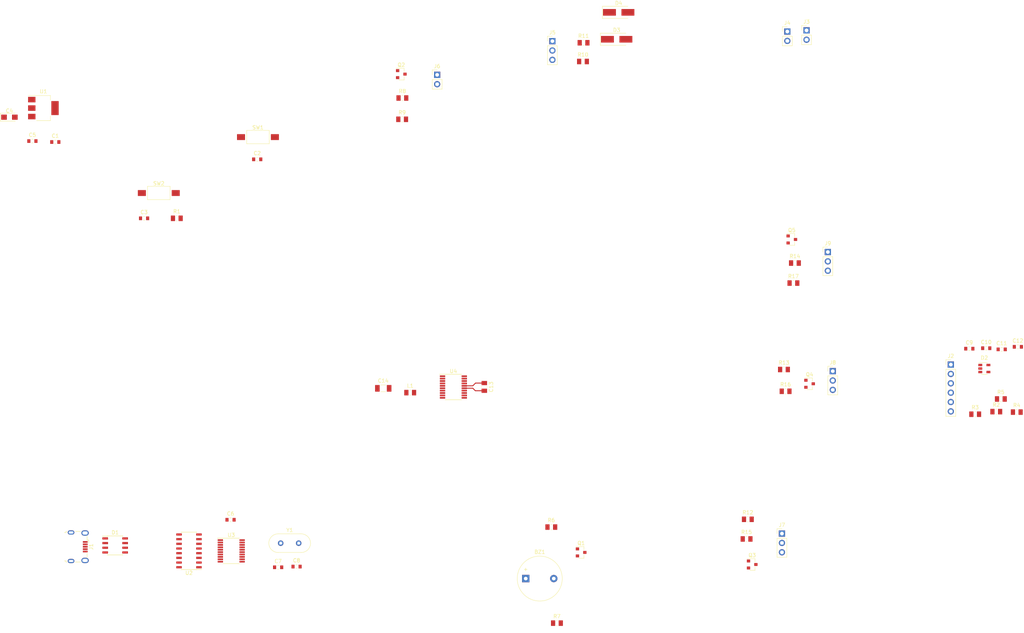
<source format=kicad_pcb>
(kicad_pcb (version 20171130) (host pcbnew 5.0.1)

  (general
    (thickness 1.6)
    (drawings 0)
    (tracks 6)
    (zones 0)
    (modules 58)
    (nets 47)
  )

  (page A4)
  (layers
    (0 F.Cu signal)
    (31 B.Cu signal)
    (32 B.Adhes user)
    (33 F.Adhes user)
    (34 B.Paste user)
    (35 F.Paste user)
    (36 B.SilkS user)
    (37 F.SilkS user)
    (38 B.Mask user)
    (39 F.Mask user)
    (40 Dwgs.User user)
    (41 Cmts.User user)
    (42 Eco1.User user)
    (43 Eco2.User user)
    (44 Edge.Cuts user)
    (45 Margin user)
    (46 B.CrtYd user)
    (47 F.CrtYd user)
    (48 B.Fab user)
    (49 F.Fab user)
  )

  (setup
    (last_trace_width 0.25)
    (user_trace_width 0.25)
    (user_trace_width 0.5)
    (user_trace_width 2)
    (trace_clearance 0.2)
    (zone_clearance 0.508)
    (zone_45_only no)
    (trace_min 0.2)
    (segment_width 0.2)
    (edge_width 0.15)
    (via_size 1.5)
    (via_drill 0.6)
    (via_min_size 0.4)
    (via_min_drill 0.3)
    (user_via 1.5 0.6)
    (user_via 2.5 0.8)
    (uvia_size 0.3)
    (uvia_drill 0.1)
    (uvias_allowed no)
    (uvia_min_size 0.2)
    (uvia_min_drill 0.1)
    (pcb_text_width 0.3)
    (pcb_text_size 1.5 1.5)
    (mod_edge_width 0.15)
    (mod_text_size 0.000001 0.000001)
    (mod_text_width 0.15)
    (pad_size 1.4 1.4)
    (pad_drill 0.6)
    (pad_to_mask_clearance 0.2)
    (solder_mask_min_width 0.25)
    (aux_axis_origin 0 0)
    (visible_elements FFFFFF7F)
    (pcbplotparams
      (layerselection 0x010fc_ffffffff)
      (usegerberextensions false)
      (usegerberattributes false)
      (usegerberadvancedattributes false)
      (creategerberjobfile false)
      (excludeedgelayer true)
      (linewidth 0.100000)
      (plotframeref false)
      (viasonmask false)
      (mode 1)
      (useauxorigin false)
      (hpglpennumber 1)
      (hpglpenspeed 20)
      (hpglpendiameter 15.000000)
      (psnegative false)
      (psa4output false)
      (plotreference true)
      (plotvalue true)
      (plotinvisibletext false)
      (padsonsilk false)
      (subtractmaskfromsilk false)
      (outputformat 1)
      (mirror false)
      (drillshape 1)
      (scaleselection 1)
      (outputdirectory ""))
  )

  (net 0 "")
  (net 1 +3V3)
  (net 2 "Net-(BZ1-Pad2)")
  (net 3 GND)
  (net 4 "Net-(C7-Pad1)")
  (net 5 /ADC0)
  (net 6 /ADC1)
  (net 7 /ADC2)
  (net 8 /ADC3)
  (net 9 /DigIn0)
  (net 10 /DigIn1)
  (net 11 +5V)
  (net 12 "Net-(J2-Pad2)")
  (net 13 "Net-(J2-Pad3)")
  (net 14 "Net-(J2-Pad4)")
  (net 15 "Net-(J2-Pad5)")
  (net 16 /Jumper0)
  (net 17 /Jumper1)
  (net 18 "Net-(J5-Pad2)")
  (net 19 "Net-(J5-Pad3)")
  (net 20 "Net-(J6-Pad2)")
  (net 21 "Net-(J7-Pad3)")
  (net 22 "Net-(J8-Pad3)")
  (net 23 "Net-(J9-Pad3)")
  (net 24 /BOOT0)
  (net 25 "Net-(Q1-Pad1)")
  (net 26 /DigOut0)
  (net 27 "Net-(Q2-Pad1)")
  (net 28 /DigOut1)
  (net 29 /TIM3_CH1)
  (net 30 "Net-(Q3-Pad1)")
  (net 31 "Net-(Q4-Pad1)")
  (net 32 /TIM3_CH2)
  (net 33 /TIM3_CH4)
  (net 34 "Net-(Q5-Pad1)")
  (net 35 /USART_Rx)
  (net 36 /USART_Tx)
  (net 37 "Net-(C6-Pad1)")
  (net 38 /NRST)
  (net 39 +3.3VADC)
  (net 40 "Net-(C9-Pad1)")
  (net 41 "Net-(D1-Pad1)")
  (net 42 "Net-(D1-Pad2)")
  (net 43 "Net-(D1-Pad3)")
  (net 44 "Net-(D1-Pad4)")
  (net 45 "Net-(D1-Pad6)")
  (net 46 "Net-(D1-Pad7)")

  (net_class Default "This is the default net class."
    (clearance 0.2)
    (trace_width 0.25)
    (via_dia 1.5)
    (via_drill 0.6)
    (uvia_dia 0.3)
    (uvia_drill 0.1)
    (add_net +3.3VADC)
    (add_net +3V3)
    (add_net +5V)
    (add_net /ADC0)
    (add_net /ADC1)
    (add_net /ADC2)
    (add_net /ADC3)
    (add_net /BOOT0)
    (add_net /DigIn0)
    (add_net /DigIn1)
    (add_net /DigOut0)
    (add_net /DigOut1)
    (add_net /Jumper0)
    (add_net /Jumper1)
    (add_net /NRST)
    (add_net /TIM3_CH1)
    (add_net /TIM3_CH2)
    (add_net /TIM3_CH4)
    (add_net /USART_Rx)
    (add_net /USART_Tx)
    (add_net GND)
    (add_net "Net-(BZ1-Pad2)")
    (add_net "Net-(C6-Pad1)")
    (add_net "Net-(C7-Pad1)")
    (add_net "Net-(C9-Pad1)")
    (add_net "Net-(D1-Pad1)")
    (add_net "Net-(D1-Pad2)")
    (add_net "Net-(D1-Pad3)")
    (add_net "Net-(D1-Pad4)")
    (add_net "Net-(D1-Pad6)")
    (add_net "Net-(D1-Pad7)")
    (add_net "Net-(J2-Pad2)")
    (add_net "Net-(J2-Pad3)")
    (add_net "Net-(J2-Pad4)")
    (add_net "Net-(J2-Pad5)")
    (add_net "Net-(J5-Pad2)")
    (add_net "Net-(J5-Pad3)")
    (add_net "Net-(J6-Pad2)")
    (add_net "Net-(J7-Pad3)")
    (add_net "Net-(J8-Pad3)")
    (add_net "Net-(J9-Pad3)")
    (add_net "Net-(Q1-Pad1)")
    (add_net "Net-(Q2-Pad1)")
    (add_net "Net-(Q3-Pad1)")
    (add_net "Net-(Q4-Pad1)")
    (add_net "Net-(Q5-Pad1)")
  )

  (net_class 0.5 ""
    (clearance 0.5)
    (trace_width 0.5)
    (via_dia 1.5)
    (via_drill 0.6)
    (uvia_dia 0.3)
    (uvia_drill 0.1)
  )

  (net_class 2 ""
    (clearance 0.5)
    (trace_width 2)
    (via_dia 2.5)
    (via_drill 0.8)
    (uvia_dia 0.3)
    (uvia_drill 0.1)
  )

  (module Buzzer_Beeper:Buzzer_12x9.5RM7.6 (layer F.Cu) (tedit 5A030281) (tstamp 5CAAAC8C)
    (at 188.4172 107.1372)
    (descr "Generic Buzzer, D12mm height 9.5mm with RM7.6mm")
    (tags buzzer)
    (path /5C83133C)
    (fp_text reference BZ1 (at 3.8 -7.2) (layer F.SilkS)
      (effects (font (size 1 1) (thickness 0.15)))
    )
    (fp_text value Buzzer (at 3.8 7.4) (layer F.Fab)
      (effects (font (size 1 1) (thickness 0.15)))
    )
    (fp_text user + (at -0.01 -2.54) (layer F.Fab)
      (effects (font (size 1 1) (thickness 0.15)))
    )
    (fp_text user + (at -0.01 -2.54) (layer F.SilkS)
      (effects (font (size 1 1) (thickness 0.15)))
    )
    (fp_text user %R (at 3.8 -4) (layer F.Fab)
      (effects (font (size 1 1) (thickness 0.15)))
    )
    (fp_circle (center 3.8 0) (end 10.05 0) (layer F.CrtYd) (width 0.05))
    (fp_circle (center 3.8 0) (end 9.8 0) (layer F.Fab) (width 0.1))
    (fp_circle (center 3.8 0) (end 4.8 0) (layer F.Fab) (width 0.1))
    (fp_circle (center 3.8 0) (end 9.9 0) (layer F.SilkS) (width 0.12))
    (pad 1 thru_hole rect (at 0 0) (size 2 2) (drill 1) (layers *.Cu *.Mask)
      (net 1 +3V3))
    (pad 2 thru_hole circle (at 7.6 0) (size 2 2) (drill 1) (layers *.Cu *.Mask)
      (net 2 "Net-(BZ1-Pad2)"))
    (model ${KISYS3DMOD}/Buzzer_Beeper.3dshapes/Buzzer_12x9.5RM7.6.wrl
      (at (xyz 0 0 0))
      (scale (xyz 1 1 1))
      (rotate (xyz 0 0 0))
    )
  )

  (module Capacitor_SMD:C_0603_1608Metric_Pad0.84x1.00mm_HandSolder (layer F.Cu) (tedit 59FE48B8) (tstamp 5C9EAD2E)
    (at 121.295 104.0765)
    (descr "Capacitor SMD 0603 (1608 Metric), square (rectangular) end terminal, IPC_7351 nominal with elongated pad for handsoldering. (Body size source: http://www.tortai-tech.com/upload/download/2011102023233369053.pdf), generated with kicad-footprint-generator")
    (tags "capacitor handsolder")
    (path /5C8CDF63)
    (attr smd)
    (fp_text reference C7 (at 0 -1.65) (layer F.SilkS)
      (effects (font (size 1 1) (thickness 0.15)))
    )
    (fp_text value 22p (at 0 1.65) (layer F.Fab)
      (effects (font (size 1 1) (thickness 0.15)))
    )
    (fp_text user %R (at 0 0) (layer F.Fab)
      (effects (font (size 0.5 0.5) (thickness 0.08)))
    )
    (fp_line (start 1.64 0.75) (end -1.64 0.75) (layer F.CrtYd) (width 0.05))
    (fp_line (start 1.64 -0.75) (end 1.64 0.75) (layer F.CrtYd) (width 0.05))
    (fp_line (start -1.64 -0.75) (end 1.64 -0.75) (layer F.CrtYd) (width 0.05))
    (fp_line (start -1.64 0.75) (end -1.64 -0.75) (layer F.CrtYd) (width 0.05))
    (fp_line (start -0.22 0.51) (end 0.22 0.51) (layer F.SilkS) (width 0.12))
    (fp_line (start -0.22 -0.51) (end 0.22 -0.51) (layer F.SilkS) (width 0.12))
    (fp_line (start 0.8 0.4) (end -0.8 0.4) (layer F.Fab) (width 0.1))
    (fp_line (start 0.8 -0.4) (end 0.8 0.4) (layer F.Fab) (width 0.1))
    (fp_line (start -0.8 -0.4) (end 0.8 -0.4) (layer F.Fab) (width 0.1))
    (fp_line (start -0.8 0.4) (end -0.8 -0.4) (layer F.Fab) (width 0.1))
    (pad 2 smd rect (at 0.9625 0) (size 0.845 1) (layers F.Cu F.Paste F.Mask)
      (net 3 GND))
    (pad 1 smd rect (at -0.9625 0) (size 0.845 1) (layers F.Cu F.Paste F.Mask)
      (net 4 "Net-(C7-Pad1)"))
    (model ${KISYS3DMOD}/Capacitor_SMD.3dshapes/C_0603_1608Metric.wrl
      (at (xyz 0 0 0))
      (scale (xyz 1 1 1))
      (rotate (xyz 0 0 0))
    )
  )

  (module Capacitor_SMD:C_0603_1608Metric_Pad0.84x1.00mm_HandSolder (layer F.Cu) (tedit 59FE48B8) (tstamp 5C9EAD3F)
    (at 126.2915 103.886)
    (descr "Capacitor SMD 0603 (1608 Metric), square (rectangular) end terminal, IPC_7351 nominal with elongated pad for handsoldering. (Body size source: http://www.tortai-tech.com/upload/download/2011102023233369053.pdf), generated with kicad-footprint-generator")
    (tags "capacitor handsolder")
    (path /5C86267B)
    (attr smd)
    (fp_text reference C8 (at 0 -1.65) (layer F.SilkS)
      (effects (font (size 1 1) (thickness 0.15)))
    )
    (fp_text value 0.1 (at 0 1.65) (layer F.Fab)
      (effects (font (size 1 1) (thickness 0.15)))
    )
    (fp_line (start -0.8 0.4) (end -0.8 -0.4) (layer F.Fab) (width 0.1))
    (fp_line (start -0.8 -0.4) (end 0.8 -0.4) (layer F.Fab) (width 0.1))
    (fp_line (start 0.8 -0.4) (end 0.8 0.4) (layer F.Fab) (width 0.1))
    (fp_line (start 0.8 0.4) (end -0.8 0.4) (layer F.Fab) (width 0.1))
    (fp_line (start -0.22 -0.51) (end 0.22 -0.51) (layer F.SilkS) (width 0.12))
    (fp_line (start -0.22 0.51) (end 0.22 0.51) (layer F.SilkS) (width 0.12))
    (fp_line (start -1.64 0.75) (end -1.64 -0.75) (layer F.CrtYd) (width 0.05))
    (fp_line (start -1.64 -0.75) (end 1.64 -0.75) (layer F.CrtYd) (width 0.05))
    (fp_line (start 1.64 -0.75) (end 1.64 0.75) (layer F.CrtYd) (width 0.05))
    (fp_line (start 1.64 0.75) (end -1.64 0.75) (layer F.CrtYd) (width 0.05))
    (fp_text user %R (at 0 0) (layer F.Fab)
      (effects (font (size 0.5 0.5) (thickness 0.08)))
    )
    (pad 1 smd rect (at -0.9625 0) (size 0.845 1) (layers F.Cu F.Paste F.Mask)
      (net 8 /ADC3))
    (pad 2 smd rect (at 0.9625 0) (size 0.845 1) (layers F.Cu F.Paste F.Mask)
      (net 3 GND))
    (model ${KISYS3DMOD}/Capacitor_SMD.3dshapes/C_0603_1608Metric.wrl
      (at (xyz 0 0 0))
      (scale (xyz 1 1 1))
      (rotate (xyz 0 0 0))
    )
  )

  (module Diode_SMD:D_SMA_Handsoldering (layer F.Cu) (tedit 58643398) (tstamp 5C9EAD84)
    (at 213.066 -39.1795)
    (descr "Diode SMA (DO-214AC) Handsoldering")
    (tags "Diode SMA (DO-214AC) Handsoldering")
    (path /5C95243A)
    (attr smd)
    (fp_text reference D3 (at 0 -2.5) (layer F.SilkS)
      (effects (font (size 1 1) (thickness 0.15)))
    )
    (fp_text value SMAJ5.0 (at 0 2.6) (layer F.Fab)
      (effects (font (size 1 1) (thickness 0.15)))
    )
    (fp_line (start -4.4 -1.65) (end 2.5 -1.65) (layer F.SilkS) (width 0.12))
    (fp_line (start -4.4 1.65) (end 2.5 1.65) (layer F.SilkS) (width 0.12))
    (fp_line (start -0.64944 0.00102) (end 0.50118 -0.79908) (layer F.Fab) (width 0.1))
    (fp_line (start -0.64944 0.00102) (end 0.50118 0.75032) (layer F.Fab) (width 0.1))
    (fp_line (start 0.50118 0.75032) (end 0.50118 -0.79908) (layer F.Fab) (width 0.1))
    (fp_line (start -0.64944 -0.79908) (end -0.64944 0.80112) (layer F.Fab) (width 0.1))
    (fp_line (start 0.50118 0.00102) (end 1.4994 0.00102) (layer F.Fab) (width 0.1))
    (fp_line (start -0.64944 0.00102) (end -1.55114 0.00102) (layer F.Fab) (width 0.1))
    (fp_line (start -4.5 1.75) (end -4.5 -1.75) (layer F.CrtYd) (width 0.05))
    (fp_line (start 4.5 1.75) (end -4.5 1.75) (layer F.CrtYd) (width 0.05))
    (fp_line (start 4.5 -1.75) (end 4.5 1.75) (layer F.CrtYd) (width 0.05))
    (fp_line (start -4.5 -1.75) (end 4.5 -1.75) (layer F.CrtYd) (width 0.05))
    (fp_line (start 2.3 -1.5) (end -2.3 -1.5) (layer F.Fab) (width 0.1))
    (fp_line (start 2.3 -1.5) (end 2.3 1.5) (layer F.Fab) (width 0.1))
    (fp_line (start -2.3 1.5) (end -2.3 -1.5) (layer F.Fab) (width 0.1))
    (fp_line (start 2.3 1.5) (end -2.3 1.5) (layer F.Fab) (width 0.1))
    (fp_line (start -4.4 -1.65) (end -4.4 1.65) (layer F.SilkS) (width 0.12))
    (fp_text user %R (at 0 -2.5) (layer F.Fab)
      (effects (font (size 1 1) (thickness 0.15)))
    )
    (pad 2 smd rect (at 2.5 0) (size 3.5 1.8) (layers F.Cu F.Paste F.Mask)
      (net 3 GND))
    (pad 1 smd rect (at -2.5 0) (size 3.5 1.8) (layers F.Cu F.Paste F.Mask)
      (net 9 /DigIn0))
    (model ${KISYS3DMOD}/Diode_SMD.3dshapes/D_SMA.wrl
      (at (xyz 0 0 0))
      (scale (xyz 1 1 1))
      (rotate (xyz 0 0 0))
    )
  )

  (module Connector_USB:USB_Micro-B_Wuerth-629105150521 (layer F.Cu) (tedit 5A142044) (tstamp 5C9EADB3)
    (at 67.1068 98.5012 270)
    (descr "USB Micro-B receptacle, http://www.mouser.com/ds/2/445/629105150521-469306.pdf")
    (tags "usb micro receptacle")
    (path /5C8BC41C)
    (attr smd)
    (fp_text reference J1 (at 0 -3.5 270) (layer F.SilkS)
      (effects (font (size 1 1) (thickness 0.15)))
    )
    (fp_text value USB_B_Micro (at 0 5.6 270) (layer F.Fab)
      (effects (font (size 1 1) (thickness 0.15)))
    )
    (fp_line (start -4 -2.25) (end -4 3.15) (layer F.Fab) (width 0.15))
    (fp_line (start -4 3.15) (end -3.7 3.15) (layer F.Fab) (width 0.15))
    (fp_line (start -3.7 3.15) (end -3.7 4.35) (layer F.Fab) (width 0.15))
    (fp_line (start -3.7 4.35) (end 3.7 4.35) (layer F.Fab) (width 0.15))
    (fp_line (start 3.7 4.35) (end 3.7 3.15) (layer F.Fab) (width 0.15))
    (fp_line (start 3.7 3.15) (end 4 3.15) (layer F.Fab) (width 0.15))
    (fp_line (start 4 3.15) (end 4 -2.25) (layer F.Fab) (width 0.15))
    (fp_line (start 4 -2.25) (end -4 -2.25) (layer F.Fab) (width 0.15))
    (fp_line (start -2.7 3.75) (end 2.7 3.75) (layer F.Fab) (width 0.15))
    (fp_line (start -1.075 -2.725) (end -1.3 -2.55) (layer F.Fab) (width 0.15))
    (fp_line (start -1.3 -2.55) (end -1.525 -2.725) (layer F.Fab) (width 0.15))
    (fp_line (start -1.525 -2.725) (end -1.525 -2.95) (layer F.Fab) (width 0.15))
    (fp_line (start -1.525 -2.95) (end -1.075 -2.95) (layer F.Fab) (width 0.15))
    (fp_line (start -1.075 -2.95) (end -1.075 -2.725) (layer F.Fab) (width 0.15))
    (fp_line (start -4.15 -0.65) (end -4.15 0.75) (layer F.SilkS) (width 0.15))
    (fp_line (start -4.15 3.15) (end -4.15 3.3) (layer F.SilkS) (width 0.15))
    (fp_line (start -4.15 3.3) (end -3.85 3.3) (layer F.SilkS) (width 0.15))
    (fp_line (start -3.85 3.3) (end -3.85 3.75) (layer F.SilkS) (width 0.15))
    (fp_line (start 3.85 3.75) (end 3.85 3.3) (layer F.SilkS) (width 0.15))
    (fp_line (start 3.85 3.3) (end 4.15 3.3) (layer F.SilkS) (width 0.15))
    (fp_line (start 4.15 3.3) (end 4.15 3.15) (layer F.SilkS) (width 0.15))
    (fp_line (start 4.15 0.75) (end 4.15 -0.65) (layer F.SilkS) (width 0.15))
    (fp_line (start -1.075 -2.825) (end -1.8 -2.825) (layer F.SilkS) (width 0.15))
    (fp_line (start -1.8 -2.825) (end -1.8 -2.4) (layer F.SilkS) (width 0.15))
    (fp_line (start -1.8 -2.4) (end -2.8 -2.4) (layer F.SilkS) (width 0.15))
    (fp_line (start 1.8 -2.4) (end 2.8 -2.4) (layer F.SilkS) (width 0.15))
    (fp_line (start -4.94 -3.34) (end -4.94 4.85) (layer F.CrtYd) (width 0.05))
    (fp_line (start -4.94 4.85) (end 4.95 4.85) (layer F.CrtYd) (width 0.05))
    (fp_line (start 4.95 4.85) (end 4.95 -3.34) (layer F.CrtYd) (width 0.05))
    (fp_line (start 4.95 -3.34) (end -4.94 -3.34) (layer F.CrtYd) (width 0.05))
    (fp_text user %R (at 0 1.05 270) (layer F.Fab)
      (effects (font (size 1 1) (thickness 0.15)))
    )
    (fp_text user "PCB Edge" (at 0 3.75 270) (layer Dwgs.User)
      (effects (font (size 0.5 0.5) (thickness 0.08)))
    )
    (pad 1 smd rect (at -1.3 -1.9 270) (size 0.45 1.3) (layers F.Cu F.Paste F.Mask)
      (net 41 "Net-(D1-Pad1)"))
    (pad 2 smd rect (at -0.65 -1.9 270) (size 0.45 1.3) (layers F.Cu F.Paste F.Mask)
      (net 42 "Net-(D1-Pad2)"))
    (pad 3 smd rect (at 0 -1.9 270) (size 0.45 1.3) (layers F.Cu F.Paste F.Mask)
      (net 43 "Net-(D1-Pad3)"))
    (pad 4 smd rect (at 0.65 -1.9 270) (size 0.45 1.3) (layers F.Cu F.Paste F.Mask))
    (pad 5 smd rect (at 1.3 -1.9 270) (size 0.45 1.3) (layers F.Cu F.Paste F.Mask)
      (net 44 "Net-(D1-Pad4)"))
    (pad 6 thru_hole oval (at -3.725 -1.85 270) (size 1.45 2) (drill oval 0.85 1.4) (layers *.Cu *.Mask)
      (net 44 "Net-(D1-Pad4)"))
    (pad 6 thru_hole oval (at 3.725 -1.85 270) (size 1.45 2) (drill oval 0.85 1.4) (layers *.Cu *.Mask)
      (net 44 "Net-(D1-Pad4)"))
    (pad 6 thru_hole oval (at -3.875 1.95 270) (size 1.15 1.8) (drill oval 0.55 1.2) (layers *.Cu *.Mask)
      (net 44 "Net-(D1-Pad4)"))
    (pad 6 thru_hole oval (at 3.875 1.95 270) (size 1.15 1.8) (drill oval 0.55 1.2) (layers *.Cu *.Mask)
      (net 44 "Net-(D1-Pad4)"))
    (pad "" np_thru_hole oval (at -2.5 -0.8 270) (size 0.8 0.8) (drill 0.8) (layers *.Cu *.Mask))
    (pad "" np_thru_hole oval (at 2.5 -0.8 270) (size 0.8 0.8) (drill 0.8) (layers *.Cu *.Mask))
    (model ${KISYS3DMOD}/Connector_USB.3dshapes/USB_Micro-B_Wuerth-629105150521.wrl
      (at (xyz 0 0 0))
      (scale (xyz 1 1 1))
      (rotate (xyz 0 0 0))
    )
  )

  (module Connector_PinHeader_2.54mm:PinHeader_1x06_P2.54mm_Vertical (layer F.Cu) (tedit 59FED5CC) (tstamp 5CAA7986)
    (at 303.657 49.0855)
    (descr "Through hole straight pin header, 1x06, 2.54mm pitch, single row")
    (tags "Through hole pin header THT 1x06 2.54mm single row")
    (path /5C85A71E)
    (fp_text reference J2 (at 0 -2.33) (layer F.SilkS)
      (effects (font (size 1 1) (thickness 0.15)))
    )
    (fp_text value ADC_in (at 0 15.03) (layer F.Fab)
      (effects (font (size 1 1) (thickness 0.15)))
    )
    (fp_line (start -0.635 -1.27) (end 1.27 -1.27) (layer F.Fab) (width 0.1))
    (fp_line (start 1.27 -1.27) (end 1.27 13.97) (layer F.Fab) (width 0.1))
    (fp_line (start 1.27 13.97) (end -1.27 13.97) (layer F.Fab) (width 0.1))
    (fp_line (start -1.27 13.97) (end -1.27 -0.635) (layer F.Fab) (width 0.1))
    (fp_line (start -1.27 -0.635) (end -0.635 -1.27) (layer F.Fab) (width 0.1))
    (fp_line (start -1.33 14.03) (end 1.33 14.03) (layer F.SilkS) (width 0.12))
    (fp_line (start -1.33 1.27) (end -1.33 14.03) (layer F.SilkS) (width 0.12))
    (fp_line (start 1.33 1.27) (end 1.33 14.03) (layer F.SilkS) (width 0.12))
    (fp_line (start -1.33 1.27) (end 1.33 1.27) (layer F.SilkS) (width 0.12))
    (fp_line (start -1.33 0) (end -1.33 -1.33) (layer F.SilkS) (width 0.12))
    (fp_line (start -1.33 -1.33) (end 0 -1.33) (layer F.SilkS) (width 0.12))
    (fp_line (start -1.8 -1.8) (end -1.8 14.5) (layer F.CrtYd) (width 0.05))
    (fp_line (start -1.8 14.5) (end 1.8 14.5) (layer F.CrtYd) (width 0.05))
    (fp_line (start 1.8 14.5) (end 1.8 -1.8) (layer F.CrtYd) (width 0.05))
    (fp_line (start 1.8 -1.8) (end -1.8 -1.8) (layer F.CrtYd) (width 0.05))
    (fp_text user %R (at 0 6.35 90) (layer F.Fab)
      (effects (font (size 1 1) (thickness 0.15)))
    )
    (pad 1 thru_hole rect (at 0 0) (size 1.7 1.7) (drill 1) (layers *.Cu *.Mask)
      (net 3 GND))
    (pad 2 thru_hole oval (at 0 2.54) (size 1.7 1.7) (drill 1) (layers *.Cu *.Mask)
      (net 12 "Net-(J2-Pad2)"))
    (pad 3 thru_hole oval (at 0 5.08) (size 1.7 1.7) (drill 1) (layers *.Cu *.Mask)
      (net 13 "Net-(J2-Pad3)"))
    (pad 4 thru_hole oval (at 0 7.62) (size 1.7 1.7) (drill 1) (layers *.Cu *.Mask)
      (net 14 "Net-(J2-Pad4)"))
    (pad 5 thru_hole oval (at 0 10.16) (size 1.7 1.7) (drill 1) (layers *.Cu *.Mask)
      (net 15 "Net-(J2-Pad5)"))
    (pad 6 thru_hole oval (at 0 12.7) (size 1.7 1.7) (drill 1) (layers *.Cu *.Mask)
      (net 1 +3V3))
    (model ${KISYS3DMOD}/Connector_PinHeader_2.54mm.3dshapes/PinHeader_1x06_P2.54mm_Vertical.wrl
      (at (xyz 0 0 0))
      (scale (xyz 1 1 1))
      (rotate (xyz 0 0 0))
    )
  )

  (module Connector_PinHeader_2.54mm:PinHeader_1x02_P2.54mm_Vertical (layer F.Cu) (tedit 59FED5CC) (tstamp 5C9EADE3)
    (at 264.541 -41.5925)
    (descr "Through hole straight pin header, 1x02, 2.54mm pitch, single row")
    (tags "Through hole pin header THT 1x02 2.54mm single row")
    (path /5C98F117)
    (fp_text reference J3 (at 0 -2.33) (layer F.SilkS)
      (effects (font (size 1 1) (thickness 0.15)))
    )
    (fp_text value Jumper0 (at 0 4.87) (layer F.Fab)
      (effects (font (size 1 1) (thickness 0.15)))
    )
    (fp_text user %R (at 0 1.27 90) (layer F.Fab)
      (effects (font (size 1 1) (thickness 0.15)))
    )
    (fp_line (start 1.8 -1.8) (end -1.8 -1.8) (layer F.CrtYd) (width 0.05))
    (fp_line (start 1.8 4.35) (end 1.8 -1.8) (layer F.CrtYd) (width 0.05))
    (fp_line (start -1.8 4.35) (end 1.8 4.35) (layer F.CrtYd) (width 0.05))
    (fp_line (start -1.8 -1.8) (end -1.8 4.35) (layer F.CrtYd) (width 0.05))
    (fp_line (start -1.33 -1.33) (end 0 -1.33) (layer F.SilkS) (width 0.12))
    (fp_line (start -1.33 0) (end -1.33 -1.33) (layer F.SilkS) (width 0.12))
    (fp_line (start -1.33 1.27) (end 1.33 1.27) (layer F.SilkS) (width 0.12))
    (fp_line (start 1.33 1.27) (end 1.33 3.87) (layer F.SilkS) (width 0.12))
    (fp_line (start -1.33 1.27) (end -1.33 3.87) (layer F.SilkS) (width 0.12))
    (fp_line (start -1.33 3.87) (end 1.33 3.87) (layer F.SilkS) (width 0.12))
    (fp_line (start -1.27 -0.635) (end -0.635 -1.27) (layer F.Fab) (width 0.1))
    (fp_line (start -1.27 3.81) (end -1.27 -0.635) (layer F.Fab) (width 0.1))
    (fp_line (start 1.27 3.81) (end -1.27 3.81) (layer F.Fab) (width 0.1))
    (fp_line (start 1.27 -1.27) (end 1.27 3.81) (layer F.Fab) (width 0.1))
    (fp_line (start -0.635 -1.27) (end 1.27 -1.27) (layer F.Fab) (width 0.1))
    (pad 2 thru_hole oval (at 0 2.54) (size 1.7 1.7) (drill 1) (layers *.Cu *.Mask)
      (net 16 /Jumper0))
    (pad 1 thru_hole rect (at 0 0) (size 1.7 1.7) (drill 1) (layers *.Cu *.Mask)
      (net 3 GND))
    (model ${KISYS3DMOD}/Connector_PinHeader_2.54mm.3dshapes/PinHeader_1x02_P2.54mm_Vertical.wrl
      (at (xyz 0 0 0))
      (scale (xyz 1 1 1))
      (rotate (xyz 0 0 0))
    )
  )

  (module Connector_PinHeader_2.54mm:PinHeader_1x02_P2.54mm_Vertical (layer F.Cu) (tedit 59FED5CC) (tstamp 5C9EEA26)
    (at 259.334 -41.275)
    (descr "Through hole straight pin header, 1x02, 2.54mm pitch, single row")
    (tags "Through hole pin header THT 1x02 2.54mm single row")
    (path /5C98F3D6)
    (fp_text reference J4 (at 0 -2.33) (layer F.SilkS)
      (effects (font (size 1 1) (thickness 0.15)))
    )
    (fp_text value Jumper1 (at 0 4.87) (layer F.Fab)
      (effects (font (size 1 1) (thickness 0.15)))
    )
    (fp_line (start -0.635 -1.27) (end 1.27 -1.27) (layer F.Fab) (width 0.1))
    (fp_line (start 1.27 -1.27) (end 1.27 3.81) (layer F.Fab) (width 0.1))
    (fp_line (start 1.27 3.81) (end -1.27 3.81) (layer F.Fab) (width 0.1))
    (fp_line (start -1.27 3.81) (end -1.27 -0.635) (layer F.Fab) (width 0.1))
    (fp_line (start -1.27 -0.635) (end -0.635 -1.27) (layer F.Fab) (width 0.1))
    (fp_line (start -1.33 3.87) (end 1.33 3.87) (layer F.SilkS) (width 0.12))
    (fp_line (start -1.33 1.27) (end -1.33 3.87) (layer F.SilkS) (width 0.12))
    (fp_line (start 1.33 1.27) (end 1.33 3.87) (layer F.SilkS) (width 0.12))
    (fp_line (start -1.33 1.27) (end 1.33 1.27) (layer F.SilkS) (width 0.12))
    (fp_line (start -1.33 0) (end -1.33 -1.33) (layer F.SilkS) (width 0.12))
    (fp_line (start -1.33 -1.33) (end 0 -1.33) (layer F.SilkS) (width 0.12))
    (fp_line (start -1.8 -1.8) (end -1.8 4.35) (layer F.CrtYd) (width 0.05))
    (fp_line (start -1.8 4.35) (end 1.8 4.35) (layer F.CrtYd) (width 0.05))
    (fp_line (start 1.8 4.35) (end 1.8 -1.8) (layer F.CrtYd) (width 0.05))
    (fp_line (start 1.8 -1.8) (end -1.8 -1.8) (layer F.CrtYd) (width 0.05))
    (fp_text user %R (at 0 1.27 90) (layer F.Fab)
      (effects (font (size 1 1) (thickness 0.15)))
    )
    (pad 1 thru_hole rect (at 0 0) (size 1.7 1.7) (drill 1) (layers *.Cu *.Mask)
      (net 3 GND))
    (pad 2 thru_hole oval (at 0 2.54) (size 1.7 1.7) (drill 1) (layers *.Cu *.Mask)
      (net 17 /Jumper1))
    (model ${KISYS3DMOD}/Connector_PinHeader_2.54mm.3dshapes/PinHeader_1x02_P2.54mm_Vertical.wrl
      (at (xyz 0 0 0))
      (scale (xyz 1 1 1))
      (rotate (xyz 0 0 0))
    )
  )

  (module Connector_PinHeader_2.54mm:PinHeader_1x03_P2.54mm_Vertical (layer F.Cu) (tedit 59FED5CC) (tstamp 5C9EAE10)
    (at 195.6435 -38.6715)
    (descr "Through hole straight pin header, 1x03, 2.54mm pitch, single row")
    (tags "Through hole pin header THT 1x03 2.54mm single row")
    (path /5C9581BA)
    (fp_text reference J5 (at 0 -2.33) (layer F.SilkS)
      (effects (font (size 1 1) (thickness 0.15)))
    )
    (fp_text value Conn_01x03 (at 0 7.41) (layer F.Fab)
      (effects (font (size 1 1) (thickness 0.15)))
    )
    (fp_line (start -0.635 -1.27) (end 1.27 -1.27) (layer F.Fab) (width 0.1))
    (fp_line (start 1.27 -1.27) (end 1.27 6.35) (layer F.Fab) (width 0.1))
    (fp_line (start 1.27 6.35) (end -1.27 6.35) (layer F.Fab) (width 0.1))
    (fp_line (start -1.27 6.35) (end -1.27 -0.635) (layer F.Fab) (width 0.1))
    (fp_line (start -1.27 -0.635) (end -0.635 -1.27) (layer F.Fab) (width 0.1))
    (fp_line (start -1.33 6.41) (end 1.33 6.41) (layer F.SilkS) (width 0.12))
    (fp_line (start -1.33 1.27) (end -1.33 6.41) (layer F.SilkS) (width 0.12))
    (fp_line (start 1.33 1.27) (end 1.33 6.41) (layer F.SilkS) (width 0.12))
    (fp_line (start -1.33 1.27) (end 1.33 1.27) (layer F.SilkS) (width 0.12))
    (fp_line (start -1.33 0) (end -1.33 -1.33) (layer F.SilkS) (width 0.12))
    (fp_line (start -1.33 -1.33) (end 0 -1.33) (layer F.SilkS) (width 0.12))
    (fp_line (start -1.8 -1.8) (end -1.8 6.85) (layer F.CrtYd) (width 0.05))
    (fp_line (start -1.8 6.85) (end 1.8 6.85) (layer F.CrtYd) (width 0.05))
    (fp_line (start 1.8 6.85) (end 1.8 -1.8) (layer F.CrtYd) (width 0.05))
    (fp_line (start 1.8 -1.8) (end -1.8 -1.8) (layer F.CrtYd) (width 0.05))
    (fp_text user %R (at 0 2.54 90) (layer F.Fab)
      (effects (font (size 1 1) (thickness 0.15)))
    )
    (pad 1 thru_hole rect (at 0 0) (size 1.7 1.7) (drill 1) (layers *.Cu *.Mask)
      (net 3 GND))
    (pad 2 thru_hole oval (at 0 2.54) (size 1.7 1.7) (drill 1) (layers *.Cu *.Mask)
      (net 18 "Net-(J5-Pad2)"))
    (pad 3 thru_hole oval (at 0 5.08) (size 1.7 1.7) (drill 1) (layers *.Cu *.Mask)
      (net 19 "Net-(J5-Pad3)"))
    (model ${KISYS3DMOD}/Connector_PinHeader_2.54mm.3dshapes/PinHeader_1x03_P2.54mm_Vertical.wrl
      (at (xyz 0 0 0))
      (scale (xyz 1 1 1))
      (rotate (xyz 0 0 0))
    )
  )

  (module Connector_PinHeader_2.54mm:PinHeader_1x02_P2.54mm_Vertical (layer F.Cu) (tedit 59FED5CC) (tstamp 5CAA7892)
    (at 164.4015 -29.5275)
    (descr "Through hole straight pin header, 1x02, 2.54mm pitch, single row")
    (tags "Through hole pin header THT 1x02 2.54mm single row")
    (path /5C93CB05)
    (fp_text reference J6 (at 0 -2.33) (layer F.SilkS)
      (effects (font (size 1 1) (thickness 0.15)))
    )
    (fp_text value Ext_LED (at 0 4.87) (layer F.Fab)
      (effects (font (size 1 1) (thickness 0.15)))
    )
    (fp_line (start -0.635 -1.27) (end 1.27 -1.27) (layer F.Fab) (width 0.1))
    (fp_line (start 1.27 -1.27) (end 1.27 3.81) (layer F.Fab) (width 0.1))
    (fp_line (start 1.27 3.81) (end -1.27 3.81) (layer F.Fab) (width 0.1))
    (fp_line (start -1.27 3.81) (end -1.27 -0.635) (layer F.Fab) (width 0.1))
    (fp_line (start -1.27 -0.635) (end -0.635 -1.27) (layer F.Fab) (width 0.1))
    (fp_line (start -1.33 3.87) (end 1.33 3.87) (layer F.SilkS) (width 0.12))
    (fp_line (start -1.33 1.27) (end -1.33 3.87) (layer F.SilkS) (width 0.12))
    (fp_line (start 1.33 1.27) (end 1.33 3.87) (layer F.SilkS) (width 0.12))
    (fp_line (start -1.33 1.27) (end 1.33 1.27) (layer F.SilkS) (width 0.12))
    (fp_line (start -1.33 0) (end -1.33 -1.33) (layer F.SilkS) (width 0.12))
    (fp_line (start -1.33 -1.33) (end 0 -1.33) (layer F.SilkS) (width 0.12))
    (fp_line (start -1.8 -1.8) (end -1.8 4.35) (layer F.CrtYd) (width 0.05))
    (fp_line (start -1.8 4.35) (end 1.8 4.35) (layer F.CrtYd) (width 0.05))
    (fp_line (start 1.8 4.35) (end 1.8 -1.8) (layer F.CrtYd) (width 0.05))
    (fp_line (start 1.8 -1.8) (end -1.8 -1.8) (layer F.CrtYd) (width 0.05))
    (fp_text user %R (at 0 1.27 90) (layer F.Fab)
      (effects (font (size 1 1) (thickness 0.15)))
    )
    (pad 1 thru_hole rect (at 0 0) (size 1.7 1.7) (drill 1) (layers *.Cu *.Mask)
      (net 11 +5V))
    (pad 2 thru_hole oval (at 0 2.54) (size 1.7 1.7) (drill 1) (layers *.Cu *.Mask)
      (net 20 "Net-(J6-Pad2)"))
    (model ${KISYS3DMOD}/Connector_PinHeader_2.54mm.3dshapes/PinHeader_1x02_P2.54mm_Vertical.wrl
      (at (xyz 0 0 0))
      (scale (xyz 1 1 1))
      (rotate (xyz 0 0 0))
    )
  )

  (module Connector_PinHeader_2.54mm:PinHeader_1x03_P2.54mm_Vertical (layer F.Cu) (tedit 59FED5CC) (tstamp 5C9EAE3D)
    (at 257.8735 94.9325)
    (descr "Through hole straight pin header, 1x03, 2.54mm pitch, single row")
    (tags "Through hole pin header THT 1x03 2.54mm single row")
    (path /5C88A162)
    (fp_text reference J7 (at 0 -2.33) (layer F.SilkS)
      (effects (font (size 1 1) (thickness 0.15)))
    )
    (fp_text value Servo1 (at 0 7.41) (layer F.Fab)
      (effects (font (size 1 1) (thickness 0.15)))
    )
    (fp_text user %R (at 0 2.54 90) (layer F.Fab)
      (effects (font (size 1 1) (thickness 0.15)))
    )
    (fp_line (start 1.8 -1.8) (end -1.8 -1.8) (layer F.CrtYd) (width 0.05))
    (fp_line (start 1.8 6.85) (end 1.8 -1.8) (layer F.CrtYd) (width 0.05))
    (fp_line (start -1.8 6.85) (end 1.8 6.85) (layer F.CrtYd) (width 0.05))
    (fp_line (start -1.8 -1.8) (end -1.8 6.85) (layer F.CrtYd) (width 0.05))
    (fp_line (start -1.33 -1.33) (end 0 -1.33) (layer F.SilkS) (width 0.12))
    (fp_line (start -1.33 0) (end -1.33 -1.33) (layer F.SilkS) (width 0.12))
    (fp_line (start -1.33 1.27) (end 1.33 1.27) (layer F.SilkS) (width 0.12))
    (fp_line (start 1.33 1.27) (end 1.33 6.41) (layer F.SilkS) (width 0.12))
    (fp_line (start -1.33 1.27) (end -1.33 6.41) (layer F.SilkS) (width 0.12))
    (fp_line (start -1.33 6.41) (end 1.33 6.41) (layer F.SilkS) (width 0.12))
    (fp_line (start -1.27 -0.635) (end -0.635 -1.27) (layer F.Fab) (width 0.1))
    (fp_line (start -1.27 6.35) (end -1.27 -0.635) (layer F.Fab) (width 0.1))
    (fp_line (start 1.27 6.35) (end -1.27 6.35) (layer F.Fab) (width 0.1))
    (fp_line (start 1.27 -1.27) (end 1.27 6.35) (layer F.Fab) (width 0.1))
    (fp_line (start -0.635 -1.27) (end 1.27 -1.27) (layer F.Fab) (width 0.1))
    (pad 3 thru_hole oval (at 0 5.08) (size 1.7 1.7) (drill 1) (layers *.Cu *.Mask)
      (net 21 "Net-(J7-Pad3)"))
    (pad 2 thru_hole oval (at 0 2.54) (size 1.7 1.7) (drill 1) (layers *.Cu *.Mask)
      (net 11 +5V))
    (pad 1 thru_hole rect (at 0 0) (size 1.7 1.7) (drill 1) (layers *.Cu *.Mask)
      (net 3 GND))
    (model ${KISYS3DMOD}/Connector_PinHeader_2.54mm.3dshapes/PinHeader_1x03_P2.54mm_Vertical.wrl
      (at (xyz 0 0 0))
      (scale (xyz 1 1 1))
      (rotate (xyz 0 0 0))
    )
  )

  (module Connector_PinHeader_2.54mm:PinHeader_1x03_P2.54mm_Vertical (layer F.Cu) (tedit 59FED5CC) (tstamp 5CAA80B8)
    (at 271.653 50.8635)
    (descr "Through hole straight pin header, 1x03, 2.54mm pitch, single row")
    (tags "Through hole pin header THT 1x03 2.54mm single row")
    (path /5C83F212)
    (fp_text reference J8 (at 0 -2.33) (layer F.SilkS)
      (effects (font (size 1 1) (thickness 0.15)))
    )
    (fp_text value Servo2 (at 0 7.41) (layer F.Fab)
      (effects (font (size 1 1) (thickness 0.15)))
    )
    (fp_line (start -0.635 -1.27) (end 1.27 -1.27) (layer F.Fab) (width 0.1))
    (fp_line (start 1.27 -1.27) (end 1.27 6.35) (layer F.Fab) (width 0.1))
    (fp_line (start 1.27 6.35) (end -1.27 6.35) (layer F.Fab) (width 0.1))
    (fp_line (start -1.27 6.35) (end -1.27 -0.635) (layer F.Fab) (width 0.1))
    (fp_line (start -1.27 -0.635) (end -0.635 -1.27) (layer F.Fab) (width 0.1))
    (fp_line (start -1.33 6.41) (end 1.33 6.41) (layer F.SilkS) (width 0.12))
    (fp_line (start -1.33 1.27) (end -1.33 6.41) (layer F.SilkS) (width 0.12))
    (fp_line (start 1.33 1.27) (end 1.33 6.41) (layer F.SilkS) (width 0.12))
    (fp_line (start -1.33 1.27) (end 1.33 1.27) (layer F.SilkS) (width 0.12))
    (fp_line (start -1.33 0) (end -1.33 -1.33) (layer F.SilkS) (width 0.12))
    (fp_line (start -1.33 -1.33) (end 0 -1.33) (layer F.SilkS) (width 0.12))
    (fp_line (start -1.8 -1.8) (end -1.8 6.85) (layer F.CrtYd) (width 0.05))
    (fp_line (start -1.8 6.85) (end 1.8 6.85) (layer F.CrtYd) (width 0.05))
    (fp_line (start 1.8 6.85) (end 1.8 -1.8) (layer F.CrtYd) (width 0.05))
    (fp_line (start 1.8 -1.8) (end -1.8 -1.8) (layer F.CrtYd) (width 0.05))
    (fp_text user %R (at 0 2.54 90) (layer F.Fab)
      (effects (font (size 1 1) (thickness 0.15)))
    )
    (pad 1 thru_hole rect (at 0 0) (size 1.7 1.7) (drill 1) (layers *.Cu *.Mask)
      (net 3 GND))
    (pad 2 thru_hole oval (at 0 2.54) (size 1.7 1.7) (drill 1) (layers *.Cu *.Mask)
      (net 11 +5V))
    (pad 3 thru_hole oval (at 0 5.08) (size 1.7 1.7) (drill 1) (layers *.Cu *.Mask)
      (net 22 "Net-(J8-Pad3)"))
    (model ${KISYS3DMOD}/Connector_PinHeader_2.54mm.3dshapes/PinHeader_1x03_P2.54mm_Vertical.wrl
      (at (xyz 0 0 0))
      (scale (xyz 1 1 1))
      (rotate (xyz 0 0 0))
    )
  )

  (module Connector_PinHeader_2.54mm:PinHeader_1x03_P2.54mm_Vertical (layer F.Cu) (tedit 59FED5CC) (tstamp 5C9EAE6B)
    (at 270.3195 18.542)
    (descr "Through hole straight pin header, 1x03, 2.54mm pitch, single row")
    (tags "Through hole pin header THT 1x03 2.54mm single row")
    (path /5C83F4E9)
    (fp_text reference J9 (at 0 -2.33) (layer F.SilkS)
      (effects (font (size 1 1) (thickness 0.15)))
    )
    (fp_text value Servo3 (at 0 7.41) (layer F.Fab)
      (effects (font (size 1 1) (thickness 0.15)))
    )
    (fp_text user %R (at 0 2.54 90) (layer F.Fab)
      (effects (font (size 1 1) (thickness 0.15)))
    )
    (fp_line (start 1.8 -1.8) (end -1.8 -1.8) (layer F.CrtYd) (width 0.05))
    (fp_line (start 1.8 6.85) (end 1.8 -1.8) (layer F.CrtYd) (width 0.05))
    (fp_line (start -1.8 6.85) (end 1.8 6.85) (layer F.CrtYd) (width 0.05))
    (fp_line (start -1.8 -1.8) (end -1.8 6.85) (layer F.CrtYd) (width 0.05))
    (fp_line (start -1.33 -1.33) (end 0 -1.33) (layer F.SilkS) (width 0.12))
    (fp_line (start -1.33 0) (end -1.33 -1.33) (layer F.SilkS) (width 0.12))
    (fp_line (start -1.33 1.27) (end 1.33 1.27) (layer F.SilkS) (width 0.12))
    (fp_line (start 1.33 1.27) (end 1.33 6.41) (layer F.SilkS) (width 0.12))
    (fp_line (start -1.33 1.27) (end -1.33 6.41) (layer F.SilkS) (width 0.12))
    (fp_line (start -1.33 6.41) (end 1.33 6.41) (layer F.SilkS) (width 0.12))
    (fp_line (start -1.27 -0.635) (end -0.635 -1.27) (layer F.Fab) (width 0.1))
    (fp_line (start -1.27 6.35) (end -1.27 -0.635) (layer F.Fab) (width 0.1))
    (fp_line (start 1.27 6.35) (end -1.27 6.35) (layer F.Fab) (width 0.1))
    (fp_line (start 1.27 -1.27) (end 1.27 6.35) (layer F.Fab) (width 0.1))
    (fp_line (start -0.635 -1.27) (end 1.27 -1.27) (layer F.Fab) (width 0.1))
    (pad 3 thru_hole oval (at 0 5.08) (size 1.7 1.7) (drill 1) (layers *.Cu *.Mask)
      (net 23 "Net-(J9-Pad3)"))
    (pad 2 thru_hole oval (at 0 2.54) (size 1.7 1.7) (drill 1) (layers *.Cu *.Mask)
      (net 11 +5V))
    (pad 1 thru_hole rect (at 0 0) (size 1.7 1.7) (drill 1) (layers *.Cu *.Mask)
      (net 3 GND))
    (model ${KISYS3DMOD}/Connector_PinHeader_2.54mm.3dshapes/PinHeader_1x03_P2.54mm_Vertical.wrl
      (at (xyz 0 0 0))
      (scale (xyz 1 1 1))
      (rotate (xyz 0 0 0))
    )
  )

  (module Resistor_SMD:R_0805_2012Metric_Pad1.15x1.50mm_HandSolder (layer F.Cu) (tedit 59FE48B8) (tstamp 5C9EAE7C)
    (at 93.8265 9.398)
    (descr "Resistor SMD 0805 (2012 Metric), square (rectangular) end terminal, IPC_7351 nominal with elongated pad for handsoldering. (Body size source: http://www.tortai-tech.com/upload/download/2011102023233369053.pdf), generated with kicad-footprint-generator")
    (tags "resistor handsolder")
    (path /5C943CF3)
    (attr smd)
    (fp_text reference R1 (at 0 -1.85) (layer F.SilkS)
      (effects (font (size 1 1) (thickness 0.15)))
    )
    (fp_text value 10k (at 0 1.85) (layer F.Fab)
      (effects (font (size 1 1) (thickness 0.15)))
    )
    (fp_line (start -1 0.6) (end -1 -0.6) (layer F.Fab) (width 0.1))
    (fp_line (start -1 -0.6) (end 1 -0.6) (layer F.Fab) (width 0.1))
    (fp_line (start 1 -0.6) (end 1 0.6) (layer F.Fab) (width 0.1))
    (fp_line (start 1 0.6) (end -1 0.6) (layer F.Fab) (width 0.1))
    (fp_line (start -0.15 -0.71) (end 0.15 -0.71) (layer F.SilkS) (width 0.12))
    (fp_line (start -0.15 0.71) (end 0.15 0.71) (layer F.SilkS) (width 0.12))
    (fp_line (start -1.86 1) (end -1.86 -1) (layer F.CrtYd) (width 0.05))
    (fp_line (start -1.86 -1) (end 1.86 -1) (layer F.CrtYd) (width 0.05))
    (fp_line (start 1.86 -1) (end 1.86 1) (layer F.CrtYd) (width 0.05))
    (fp_line (start 1.86 1) (end -1.86 1) (layer F.CrtYd) (width 0.05))
    (fp_text user %R (at 0 0) (layer F.Fab)
      (effects (font (size 0.5 0.5) (thickness 0.08)))
    )
    (pad 1 smd rect (at -1.0425 0) (size 1.145 1.5) (layers F.Cu F.Paste F.Mask)
      (net 3 GND))
    (pad 2 smd rect (at 1.0425 0) (size 1.145 1.5) (layers F.Cu F.Paste F.Mask)
      (net 24 /BOOT0))
    (model ${KISYS3DMOD}/Resistor_SMD.3dshapes/R_0805_2012Metric.wrl
      (at (xyz 0 0 0))
      (scale (xyz 1 1 1))
      (rotate (xyz 0 0 0))
    )
  )

  (module Resistor_SMD:R_0805_2012Metric_Pad1.15x1.50mm_HandSolder (layer F.Cu) (tedit 59FE48B8) (tstamp 5C9EAE8D)
    (at 315.976 61.849)
    (descr "Resistor SMD 0805 (2012 Metric), square (rectangular) end terminal, IPC_7351 nominal with elongated pad for handsoldering. (Body size source: http://www.tortai-tech.com/upload/download/2011102023233369053.pdf), generated with kicad-footprint-generator")
    (tags "resistor handsolder")
    (path /5C85C2A8)
    (attr smd)
    (fp_text reference R2 (at 0 -1.85) (layer F.SilkS)
      (effects (font (size 1 1) (thickness 0.15)))
    )
    (fp_text value 220 (at 0 1.85) (layer F.Fab)
      (effects (font (size 1 1) (thickness 0.15)))
    )
    (fp_text user %R (at 0 0) (layer F.Fab)
      (effects (font (size 0.5 0.5) (thickness 0.08)))
    )
    (fp_line (start 1.86 1) (end -1.86 1) (layer F.CrtYd) (width 0.05))
    (fp_line (start 1.86 -1) (end 1.86 1) (layer F.CrtYd) (width 0.05))
    (fp_line (start -1.86 -1) (end 1.86 -1) (layer F.CrtYd) (width 0.05))
    (fp_line (start -1.86 1) (end -1.86 -1) (layer F.CrtYd) (width 0.05))
    (fp_line (start -0.15 0.71) (end 0.15 0.71) (layer F.SilkS) (width 0.12))
    (fp_line (start -0.15 -0.71) (end 0.15 -0.71) (layer F.SilkS) (width 0.12))
    (fp_line (start 1 0.6) (end -1 0.6) (layer F.Fab) (width 0.1))
    (fp_line (start 1 -0.6) (end 1 0.6) (layer F.Fab) (width 0.1))
    (fp_line (start -1 -0.6) (end 1 -0.6) (layer F.Fab) (width 0.1))
    (fp_line (start -1 0.6) (end -1 -0.6) (layer F.Fab) (width 0.1))
    (pad 2 smd rect (at 1.0425 0) (size 1.145 1.5) (layers F.Cu F.Paste F.Mask)
      (net 15 "Net-(J2-Pad5)"))
    (pad 1 smd rect (at -1.0425 0) (size 1.145 1.5) (layers F.Cu F.Paste F.Mask)
      (net 5 /ADC0))
    (model ${KISYS3DMOD}/Resistor_SMD.3dshapes/R_0805_2012Metric.wrl
      (at (xyz 0 0 0))
      (scale (xyz 1 1 1))
      (rotate (xyz 0 0 0))
    )
  )

  (module Resistor_SMD:R_0805_2012Metric_Pad1.15x1.50mm_HandSolder (layer F.Cu) (tedit 59FE48B8) (tstamp 5C9EAE9E)
    (at 310.261 62.5475)
    (descr "Resistor SMD 0805 (2012 Metric), square (rectangular) end terminal, IPC_7351 nominal with elongated pad for handsoldering. (Body size source: http://www.tortai-tech.com/upload/download/2011102023233369053.pdf), generated with kicad-footprint-generator")
    (tags "resistor handsolder")
    (path /5C85BD06)
    (attr smd)
    (fp_text reference R3 (at 0 -1.85) (layer F.SilkS)
      (effects (font (size 1 1) (thickness 0.15)))
    )
    (fp_text value 220 (at 0 1.85) (layer F.Fab)
      (effects (font (size 1 1) (thickness 0.15)))
    )
    (fp_line (start -1 0.6) (end -1 -0.6) (layer F.Fab) (width 0.1))
    (fp_line (start -1 -0.6) (end 1 -0.6) (layer F.Fab) (width 0.1))
    (fp_line (start 1 -0.6) (end 1 0.6) (layer F.Fab) (width 0.1))
    (fp_line (start 1 0.6) (end -1 0.6) (layer F.Fab) (width 0.1))
    (fp_line (start -0.15 -0.71) (end 0.15 -0.71) (layer F.SilkS) (width 0.12))
    (fp_line (start -0.15 0.71) (end 0.15 0.71) (layer F.SilkS) (width 0.12))
    (fp_line (start -1.86 1) (end -1.86 -1) (layer F.CrtYd) (width 0.05))
    (fp_line (start -1.86 -1) (end 1.86 -1) (layer F.CrtYd) (width 0.05))
    (fp_line (start 1.86 -1) (end 1.86 1) (layer F.CrtYd) (width 0.05))
    (fp_line (start 1.86 1) (end -1.86 1) (layer F.CrtYd) (width 0.05))
    (fp_text user %R (at 0 0) (layer F.Fab)
      (effects (font (size 0.5 0.5) (thickness 0.08)))
    )
    (pad 1 smd rect (at -1.0425 0) (size 1.145 1.5) (layers F.Cu F.Paste F.Mask)
      (net 6 /ADC1))
    (pad 2 smd rect (at 1.0425 0) (size 1.145 1.5) (layers F.Cu F.Paste F.Mask)
      (net 14 "Net-(J2-Pad4)"))
    (model ${KISYS3DMOD}/Resistor_SMD.3dshapes/R_0805_2012Metric.wrl
      (at (xyz 0 0 0))
      (scale (xyz 1 1 1))
      (rotate (xyz 0 0 0))
    )
  )

  (module Resistor_SMD:R_0805_2012Metric_Pad1.15x1.50mm_HandSolder (layer F.Cu) (tedit 59FE48B8) (tstamp 5CAA7A52)
    (at 321.5375 61.976)
    (descr "Resistor SMD 0805 (2012 Metric), square (rectangular) end terminal, IPC_7351 nominal with elongated pad for handsoldering. (Body size source: http://www.tortai-tech.com/upload/download/2011102023233369053.pdf), generated with kicad-footprint-generator")
    (tags "resistor handsolder")
    (path /5C85C1A1)
    (attr smd)
    (fp_text reference R4 (at 0 -1.85) (layer F.SilkS)
      (effects (font (size 1 1) (thickness 0.15)))
    )
    (fp_text value 220 (at 0 1.85) (layer F.Fab)
      (effects (font (size 1 1) (thickness 0.15)))
    )
    (fp_text user %R (at 0 0) (layer F.Fab)
      (effects (font (size 0.5 0.5) (thickness 0.08)))
    )
    (fp_line (start 1.86 1) (end -1.86 1) (layer F.CrtYd) (width 0.05))
    (fp_line (start 1.86 -1) (end 1.86 1) (layer F.CrtYd) (width 0.05))
    (fp_line (start -1.86 -1) (end 1.86 -1) (layer F.CrtYd) (width 0.05))
    (fp_line (start -1.86 1) (end -1.86 -1) (layer F.CrtYd) (width 0.05))
    (fp_line (start -0.15 0.71) (end 0.15 0.71) (layer F.SilkS) (width 0.12))
    (fp_line (start -0.15 -0.71) (end 0.15 -0.71) (layer F.SilkS) (width 0.12))
    (fp_line (start 1 0.6) (end -1 0.6) (layer F.Fab) (width 0.1))
    (fp_line (start 1 -0.6) (end 1 0.6) (layer F.Fab) (width 0.1))
    (fp_line (start -1 -0.6) (end 1 -0.6) (layer F.Fab) (width 0.1))
    (fp_line (start -1 0.6) (end -1 -0.6) (layer F.Fab) (width 0.1))
    (pad 2 smd rect (at 1.0425 0) (size 1.145 1.5) (layers F.Cu F.Paste F.Mask)
      (net 13 "Net-(J2-Pad3)"))
    (pad 1 smd rect (at -1.0425 0) (size 1.145 1.5) (layers F.Cu F.Paste F.Mask)
      (net 7 /ADC2))
    (model ${KISYS3DMOD}/Resistor_SMD.3dshapes/R_0805_2012Metric.wrl
      (at (xyz 0 0 0))
      (scale (xyz 1 1 1))
      (rotate (xyz 0 0 0))
    )
  )

  (module Resistor_SMD:R_0805_2012Metric_Pad1.15x1.50mm_HandSolder (layer F.Cu) (tedit 59FE48B8) (tstamp 5C9EAEC0)
    (at 317.2195 58.42)
    (descr "Resistor SMD 0805 (2012 Metric), square (rectangular) end terminal, IPC_7351 nominal with elongated pad for handsoldering. (Body size source: http://www.tortai-tech.com/upload/download/2011102023233369053.pdf), generated with kicad-footprint-generator")
    (tags "resistor handsolder")
    (path /5C85C24A)
    (attr smd)
    (fp_text reference R5 (at 0 -1.85) (layer F.SilkS)
      (effects (font (size 1 1) (thickness 0.15)))
    )
    (fp_text value 220 (at 0 1.85) (layer F.Fab)
      (effects (font (size 1 1) (thickness 0.15)))
    )
    (fp_line (start -1 0.6) (end -1 -0.6) (layer F.Fab) (width 0.1))
    (fp_line (start -1 -0.6) (end 1 -0.6) (layer F.Fab) (width 0.1))
    (fp_line (start 1 -0.6) (end 1 0.6) (layer F.Fab) (width 0.1))
    (fp_line (start 1 0.6) (end -1 0.6) (layer F.Fab) (width 0.1))
    (fp_line (start -0.15 -0.71) (end 0.15 -0.71) (layer F.SilkS) (width 0.12))
    (fp_line (start -0.15 0.71) (end 0.15 0.71) (layer F.SilkS) (width 0.12))
    (fp_line (start -1.86 1) (end -1.86 -1) (layer F.CrtYd) (width 0.05))
    (fp_line (start -1.86 -1) (end 1.86 -1) (layer F.CrtYd) (width 0.05))
    (fp_line (start 1.86 -1) (end 1.86 1) (layer F.CrtYd) (width 0.05))
    (fp_line (start 1.86 1) (end -1.86 1) (layer F.CrtYd) (width 0.05))
    (fp_text user %R (at 0 0) (layer F.Fab)
      (effects (font (size 0.5 0.5) (thickness 0.08)))
    )
    (pad 1 smd rect (at -1.0425 0) (size 1.145 1.5) (layers F.Cu F.Paste F.Mask)
      (net 8 /ADC3))
    (pad 2 smd rect (at 1.0425 0) (size 1.145 1.5) (layers F.Cu F.Paste F.Mask)
      (net 12 "Net-(J2-Pad2)"))
    (model ${KISYS3DMOD}/Resistor_SMD.3dshapes/R_0805_2012Metric.wrl
      (at (xyz 0 0 0))
      (scale (xyz 1 1 1))
      (rotate (xyz 0 0 0))
    )
  )

  (module Resistor_SMD:R_0805_2012Metric_Pad1.15x1.50mm_HandSolder (layer F.Cu) (tedit 59FE48B8) (tstamp 5C9EAED1)
    (at 195.3503 93.1672)
    (descr "Resistor SMD 0805 (2012 Metric), square (rectangular) end terminal, IPC_7351 nominal with elongated pad for handsoldering. (Body size source: http://www.tortai-tech.com/upload/download/2011102023233369053.pdf), generated with kicad-footprint-generator")
    (tags "resistor handsolder")
    (path /5C929CAD)
    (attr smd)
    (fp_text reference R6 (at 0 -1.85) (layer F.SilkS)
      (effects (font (size 1 1) (thickness 0.15)))
    )
    (fp_text value 510 (at 0 1.85) (layer F.Fab)
      (effects (font (size 1 1) (thickness 0.15)))
    )
    (fp_line (start -1 0.6) (end -1 -0.6) (layer F.Fab) (width 0.1))
    (fp_line (start -1 -0.6) (end 1 -0.6) (layer F.Fab) (width 0.1))
    (fp_line (start 1 -0.6) (end 1 0.6) (layer F.Fab) (width 0.1))
    (fp_line (start 1 0.6) (end -1 0.6) (layer F.Fab) (width 0.1))
    (fp_line (start -0.15 -0.71) (end 0.15 -0.71) (layer F.SilkS) (width 0.12))
    (fp_line (start -0.15 0.71) (end 0.15 0.71) (layer F.SilkS) (width 0.12))
    (fp_line (start -1.86 1) (end -1.86 -1) (layer F.CrtYd) (width 0.05))
    (fp_line (start -1.86 -1) (end 1.86 -1) (layer F.CrtYd) (width 0.05))
    (fp_line (start 1.86 -1) (end 1.86 1) (layer F.CrtYd) (width 0.05))
    (fp_line (start 1.86 1) (end -1.86 1) (layer F.CrtYd) (width 0.05))
    (fp_text user %R (at 0 0) (layer F.Fab)
      (effects (font (size 0.5 0.5) (thickness 0.08)))
    )
    (pad 1 smd rect (at -1.0425 0) (size 1.145 1.5) (layers F.Cu F.Paste F.Mask)
      (net 25 "Net-(Q1-Pad1)"))
    (pad 2 smd rect (at 1.0425 0) (size 1.145 1.5) (layers F.Cu F.Paste F.Mask)
      (net 26 /DigOut0))
    (model ${KISYS3DMOD}/Resistor_SMD.3dshapes/R_0805_2012Metric.wrl
      (at (xyz 0 0 0))
      (scale (xyz 1 1 1))
      (rotate (xyz 0 0 0))
    )
  )

  (module Resistor_SMD:R_0805_2012Metric_Pad1.15x1.50mm_HandSolder (layer F.Cu) (tedit 59FE48B8) (tstamp 5C9EAEE2)
    (at 196.8743 119.2276)
    (descr "Resistor SMD 0805 (2012 Metric), square (rectangular) end terminal, IPC_7351 nominal with elongated pad for handsoldering. (Body size source: http://www.tortai-tech.com/upload/download/2011102023233369053.pdf), generated with kicad-footprint-generator")
    (tags "resistor handsolder")
    (path /5C929D7F)
    (attr smd)
    (fp_text reference R7 (at 0 -1.85) (layer F.SilkS)
      (effects (font (size 1 1) (thickness 0.15)))
    )
    (fp_text value 10k (at 0 1.85) (layer F.Fab)
      (effects (font (size 1 1) (thickness 0.15)))
    )
    (fp_text user %R (at 0 0) (layer F.Fab)
      (effects (font (size 0.5 0.5) (thickness 0.08)))
    )
    (fp_line (start 1.86 1) (end -1.86 1) (layer F.CrtYd) (width 0.05))
    (fp_line (start 1.86 -1) (end 1.86 1) (layer F.CrtYd) (width 0.05))
    (fp_line (start -1.86 -1) (end 1.86 -1) (layer F.CrtYd) (width 0.05))
    (fp_line (start -1.86 1) (end -1.86 -1) (layer F.CrtYd) (width 0.05))
    (fp_line (start -0.15 0.71) (end 0.15 0.71) (layer F.SilkS) (width 0.12))
    (fp_line (start -0.15 -0.71) (end 0.15 -0.71) (layer F.SilkS) (width 0.12))
    (fp_line (start 1 0.6) (end -1 0.6) (layer F.Fab) (width 0.1))
    (fp_line (start 1 -0.6) (end 1 0.6) (layer F.Fab) (width 0.1))
    (fp_line (start -1 -0.6) (end 1 -0.6) (layer F.Fab) (width 0.1))
    (fp_line (start -1 0.6) (end -1 -0.6) (layer F.Fab) (width 0.1))
    (pad 2 smd rect (at 1.0425 0) (size 1.145 1.5) (layers F.Cu F.Paste F.Mask)
      (net 26 /DigOut0))
    (pad 1 smd rect (at -1.0425 0) (size 1.145 1.5) (layers F.Cu F.Paste F.Mask)
      (net 3 GND))
    (model ${KISYS3DMOD}/Resistor_SMD.3dshapes/R_0805_2012Metric.wrl
      (at (xyz 0 0 0))
      (scale (xyz 1 1 1))
      (rotate (xyz 0 0 0))
    )
  )

  (module Resistor_SMD:R_0805_2012Metric_Pad1.15x1.50mm_HandSolder (layer F.Cu) (tedit 59FE48B8) (tstamp 5C9EAEF3)
    (at 154.977 -23.241)
    (descr "Resistor SMD 0805 (2012 Metric), square (rectangular) end terminal, IPC_7351 nominal with elongated pad for handsoldering. (Body size source: http://www.tortai-tech.com/upload/download/2011102023233369053.pdf), generated with kicad-footprint-generator")
    (tags "resistor handsolder")
    (path /5C924EC0)
    (attr smd)
    (fp_text reference R8 (at 0 -1.85) (layer F.SilkS)
      (effects (font (size 1 1) (thickness 0.15)))
    )
    (fp_text value 510 (at 0 1.85) (layer F.Fab)
      (effects (font (size 1 1) (thickness 0.15)))
    )
    (fp_line (start -1 0.6) (end -1 -0.6) (layer F.Fab) (width 0.1))
    (fp_line (start -1 -0.6) (end 1 -0.6) (layer F.Fab) (width 0.1))
    (fp_line (start 1 -0.6) (end 1 0.6) (layer F.Fab) (width 0.1))
    (fp_line (start 1 0.6) (end -1 0.6) (layer F.Fab) (width 0.1))
    (fp_line (start -0.15 -0.71) (end 0.15 -0.71) (layer F.SilkS) (width 0.12))
    (fp_line (start -0.15 0.71) (end 0.15 0.71) (layer F.SilkS) (width 0.12))
    (fp_line (start -1.86 1) (end -1.86 -1) (layer F.CrtYd) (width 0.05))
    (fp_line (start -1.86 -1) (end 1.86 -1) (layer F.CrtYd) (width 0.05))
    (fp_line (start 1.86 -1) (end 1.86 1) (layer F.CrtYd) (width 0.05))
    (fp_line (start 1.86 1) (end -1.86 1) (layer F.CrtYd) (width 0.05))
    (fp_text user %R (at 0 0) (layer F.Fab)
      (effects (font (size 0.5 0.5) (thickness 0.08)))
    )
    (pad 1 smd rect (at -1.0425 0) (size 1.145 1.5) (layers F.Cu F.Paste F.Mask)
      (net 27 "Net-(Q2-Pad1)"))
    (pad 2 smd rect (at 1.0425 0) (size 1.145 1.5) (layers F.Cu F.Paste F.Mask)
      (net 28 /DigOut1))
    (model ${KISYS3DMOD}/Resistor_SMD.3dshapes/R_0805_2012Metric.wrl
      (at (xyz 0 0 0))
      (scale (xyz 1 1 1))
      (rotate (xyz 0 0 0))
    )
  )

  (module Resistor_SMD:R_0805_2012Metric_Pad1.15x1.50mm_HandSolder (layer F.Cu) (tedit 59FE48B8) (tstamp 5C9EAF04)
    (at 154.9135 -17.4625)
    (descr "Resistor SMD 0805 (2012 Metric), square (rectangular) end terminal, IPC_7351 nominal with elongated pad for handsoldering. (Body size source: http://www.tortai-tech.com/upload/download/2011102023233369053.pdf), generated with kicad-footprint-generator")
    (tags "resistor handsolder")
    (path /5C924F9E)
    (attr smd)
    (fp_text reference R9 (at 0 -1.85) (layer F.SilkS)
      (effects (font (size 1 1) (thickness 0.15)))
    )
    (fp_text value 10k (at 0 1.85) (layer F.Fab)
      (effects (font (size 1 1) (thickness 0.15)))
    )
    (fp_text user %R (at 0 0) (layer F.Fab)
      (effects (font (size 0.5 0.5) (thickness 0.08)))
    )
    (fp_line (start 1.86 1) (end -1.86 1) (layer F.CrtYd) (width 0.05))
    (fp_line (start 1.86 -1) (end 1.86 1) (layer F.CrtYd) (width 0.05))
    (fp_line (start -1.86 -1) (end 1.86 -1) (layer F.CrtYd) (width 0.05))
    (fp_line (start -1.86 1) (end -1.86 -1) (layer F.CrtYd) (width 0.05))
    (fp_line (start -0.15 0.71) (end 0.15 0.71) (layer F.SilkS) (width 0.12))
    (fp_line (start -0.15 -0.71) (end 0.15 -0.71) (layer F.SilkS) (width 0.12))
    (fp_line (start 1 0.6) (end -1 0.6) (layer F.Fab) (width 0.1))
    (fp_line (start 1 -0.6) (end 1 0.6) (layer F.Fab) (width 0.1))
    (fp_line (start -1 -0.6) (end 1 -0.6) (layer F.Fab) (width 0.1))
    (fp_line (start -1 0.6) (end -1 -0.6) (layer F.Fab) (width 0.1))
    (pad 2 smd rect (at 1.0425 0) (size 1.145 1.5) (layers F.Cu F.Paste F.Mask)
      (net 28 /DigOut1))
    (pad 1 smd rect (at -1.0425 0) (size 1.145 1.5) (layers F.Cu F.Paste F.Mask)
      (net 3 GND))
    (model ${KISYS3DMOD}/Resistor_SMD.3dshapes/R_0805_2012Metric.wrl
      (at (xyz 0 0 0))
      (scale (xyz 1 1 1))
      (rotate (xyz 0 0 0))
    )
  )

  (module Resistor_SMD:R_0805_2012Metric_Pad1.15x1.50mm_HandSolder (layer F.Cu) (tedit 59FE48B8) (tstamp 5C9EAF15)
    (at 203.9355 -33.147)
    (descr "Resistor SMD 0805 (2012 Metric), square (rectangular) end terminal, IPC_7351 nominal with elongated pad for handsoldering. (Body size source: http://www.tortai-tech.com/upload/download/2011102023233369053.pdf), generated with kicad-footprint-generator")
    (tags "resistor handsolder")
    (path /5C957A49)
    (attr smd)
    (fp_text reference R10 (at 0 -1.85) (layer F.SilkS)
      (effects (font (size 1 1) (thickness 0.15)))
    )
    (fp_text value 1k (at 0 1.85) (layer F.Fab)
      (effects (font (size 1 1) (thickness 0.15)))
    )
    (fp_text user %R (at 0 0) (layer F.Fab)
      (effects (font (size 0.5 0.5) (thickness 0.08)))
    )
    (fp_line (start 1.86 1) (end -1.86 1) (layer F.CrtYd) (width 0.05))
    (fp_line (start 1.86 -1) (end 1.86 1) (layer F.CrtYd) (width 0.05))
    (fp_line (start -1.86 -1) (end 1.86 -1) (layer F.CrtYd) (width 0.05))
    (fp_line (start -1.86 1) (end -1.86 -1) (layer F.CrtYd) (width 0.05))
    (fp_line (start -0.15 0.71) (end 0.15 0.71) (layer F.SilkS) (width 0.12))
    (fp_line (start -0.15 -0.71) (end 0.15 -0.71) (layer F.SilkS) (width 0.12))
    (fp_line (start 1 0.6) (end -1 0.6) (layer F.Fab) (width 0.1))
    (fp_line (start 1 -0.6) (end 1 0.6) (layer F.Fab) (width 0.1))
    (fp_line (start -1 -0.6) (end 1 -0.6) (layer F.Fab) (width 0.1))
    (fp_line (start -1 0.6) (end -1 -0.6) (layer F.Fab) (width 0.1))
    (pad 2 smd rect (at 1.0425 0) (size 1.145 1.5) (layers F.Cu F.Paste F.Mask)
      (net 19 "Net-(J5-Pad3)"))
    (pad 1 smd rect (at -1.0425 0) (size 1.145 1.5) (layers F.Cu F.Paste F.Mask)
      (net 10 /DigIn1))
    (model ${KISYS3DMOD}/Resistor_SMD.3dshapes/R_0805_2012Metric.wrl
      (at (xyz 0 0 0))
      (scale (xyz 1 1 1))
      (rotate (xyz 0 0 0))
    )
  )

  (module Resistor_SMD:R_0805_2012Metric_Pad1.15x1.50mm_HandSolder (layer F.Cu) (tedit 59FE48B8) (tstamp 5C9EAF26)
    (at 204.089 -38.227)
    (descr "Resistor SMD 0805 (2012 Metric), square (rectangular) end terminal, IPC_7351 nominal with elongated pad for handsoldering. (Body size source: http://www.tortai-tech.com/upload/download/2011102023233369053.pdf), generated with kicad-footprint-generator")
    (tags "resistor handsolder")
    (path /5C957B70)
    (attr smd)
    (fp_text reference R11 (at 0 -1.85) (layer F.SilkS)
      (effects (font (size 1 1) (thickness 0.15)))
    )
    (fp_text value 1k (at 0 1.85) (layer F.Fab)
      (effects (font (size 1 1) (thickness 0.15)))
    )
    (fp_line (start -1 0.6) (end -1 -0.6) (layer F.Fab) (width 0.1))
    (fp_line (start -1 -0.6) (end 1 -0.6) (layer F.Fab) (width 0.1))
    (fp_line (start 1 -0.6) (end 1 0.6) (layer F.Fab) (width 0.1))
    (fp_line (start 1 0.6) (end -1 0.6) (layer F.Fab) (width 0.1))
    (fp_line (start -0.15 -0.71) (end 0.15 -0.71) (layer F.SilkS) (width 0.12))
    (fp_line (start -0.15 0.71) (end 0.15 0.71) (layer F.SilkS) (width 0.12))
    (fp_line (start -1.86 1) (end -1.86 -1) (layer F.CrtYd) (width 0.05))
    (fp_line (start -1.86 -1) (end 1.86 -1) (layer F.CrtYd) (width 0.05))
    (fp_line (start 1.86 -1) (end 1.86 1) (layer F.CrtYd) (width 0.05))
    (fp_line (start 1.86 1) (end -1.86 1) (layer F.CrtYd) (width 0.05))
    (fp_text user %R (at 0 0) (layer F.Fab)
      (effects (font (size 0.5 0.5) (thickness 0.08)))
    )
    (pad 1 smd rect (at -1.0425 0) (size 1.145 1.5) (layers F.Cu F.Paste F.Mask)
      (net 9 /DigIn0))
    (pad 2 smd rect (at 1.0425 0) (size 1.145 1.5) (layers F.Cu F.Paste F.Mask)
      (net 18 "Net-(J5-Pad2)"))
    (model ${KISYS3DMOD}/Resistor_SMD.3dshapes/R_0805_2012Metric.wrl
      (at (xyz 0 0 0))
      (scale (xyz 1 1 1))
      (rotate (xyz 0 0 0))
    )
  )

  (module Resistor_SMD:R_0805_2012Metric_Pad1.15x1.50mm_HandSolder (layer F.Cu) (tedit 59FE48B8) (tstamp 5C9EAF37)
    (at 248.629 91.059)
    (descr "Resistor SMD 0805 (2012 Metric), square (rectangular) end terminal, IPC_7351 nominal with elongated pad for handsoldering. (Body size source: http://www.tortai-tech.com/upload/download/2011102023233369053.pdf), generated with kicad-footprint-generator")
    (tags "resistor handsolder")
    (path /5BEEBD1E)
    (attr smd)
    (fp_text reference R12 (at 0 -1.85) (layer F.SilkS)
      (effects (font (size 1 1) (thickness 0.15)))
    )
    (fp_text value 510 (at 0 1.85) (layer F.Fab)
      (effects (font (size 1 1) (thickness 0.15)))
    )
    (fp_text user %R (at 0 0) (layer F.Fab)
      (effects (font (size 0.5 0.5) (thickness 0.08)))
    )
    (fp_line (start 1.86 1) (end -1.86 1) (layer F.CrtYd) (width 0.05))
    (fp_line (start 1.86 -1) (end 1.86 1) (layer F.CrtYd) (width 0.05))
    (fp_line (start -1.86 -1) (end 1.86 -1) (layer F.CrtYd) (width 0.05))
    (fp_line (start -1.86 1) (end -1.86 -1) (layer F.CrtYd) (width 0.05))
    (fp_line (start -0.15 0.71) (end 0.15 0.71) (layer F.SilkS) (width 0.12))
    (fp_line (start -0.15 -0.71) (end 0.15 -0.71) (layer F.SilkS) (width 0.12))
    (fp_line (start 1 0.6) (end -1 0.6) (layer F.Fab) (width 0.1))
    (fp_line (start 1 -0.6) (end 1 0.6) (layer F.Fab) (width 0.1))
    (fp_line (start -1 -0.6) (end 1 -0.6) (layer F.Fab) (width 0.1))
    (fp_line (start -1 0.6) (end -1 -0.6) (layer F.Fab) (width 0.1))
    (pad 2 smd rect (at 1.0425 0) (size 1.145 1.5) (layers F.Cu F.Paste F.Mask)
      (net 29 /TIM3_CH1))
    (pad 1 smd rect (at -1.0425 0) (size 1.145 1.5) (layers F.Cu F.Paste F.Mask)
      (net 30 "Net-(Q3-Pad1)"))
    (model ${KISYS3DMOD}/Resistor_SMD.3dshapes/R_0805_2012Metric.wrl
      (at (xyz 0 0 0))
      (scale (xyz 1 1 1))
      (rotate (xyz 0 0 0))
    )
  )

  (module Resistor_SMD:R_0805_2012Metric_Pad1.15x1.50mm_HandSolder (layer F.Cu) (tedit 59FE48B8) (tstamp 5C9EAF48)
    (at 258.4185 50.419)
    (descr "Resistor SMD 0805 (2012 Metric), square (rectangular) end terminal, IPC_7351 nominal with elongated pad for handsoldering. (Body size source: http://www.tortai-tech.com/upload/download/2011102023233369053.pdf), generated with kicad-footprint-generator")
    (tags "resistor handsolder")
    (path /5C84B03F)
    (attr smd)
    (fp_text reference R13 (at 0 -1.85) (layer F.SilkS)
      (effects (font (size 1 1) (thickness 0.15)))
    )
    (fp_text value 510 (at 0 1.85) (layer F.Fab)
      (effects (font (size 1 1) (thickness 0.15)))
    )
    (fp_line (start -1 0.6) (end -1 -0.6) (layer F.Fab) (width 0.1))
    (fp_line (start -1 -0.6) (end 1 -0.6) (layer F.Fab) (width 0.1))
    (fp_line (start 1 -0.6) (end 1 0.6) (layer F.Fab) (width 0.1))
    (fp_line (start 1 0.6) (end -1 0.6) (layer F.Fab) (width 0.1))
    (fp_line (start -0.15 -0.71) (end 0.15 -0.71) (layer F.SilkS) (width 0.12))
    (fp_line (start -0.15 0.71) (end 0.15 0.71) (layer F.SilkS) (width 0.12))
    (fp_line (start -1.86 1) (end -1.86 -1) (layer F.CrtYd) (width 0.05))
    (fp_line (start -1.86 -1) (end 1.86 -1) (layer F.CrtYd) (width 0.05))
    (fp_line (start 1.86 -1) (end 1.86 1) (layer F.CrtYd) (width 0.05))
    (fp_line (start 1.86 1) (end -1.86 1) (layer F.CrtYd) (width 0.05))
    (fp_text user %R (at 0 0) (layer F.Fab)
      (effects (font (size 0.5 0.5) (thickness 0.08)))
    )
    (pad 1 smd rect (at -1.0425 0) (size 1.145 1.5) (layers F.Cu F.Paste F.Mask)
      (net 31 "Net-(Q4-Pad1)"))
    (pad 2 smd rect (at 1.0425 0) (size 1.145 1.5) (layers F.Cu F.Paste F.Mask)
      (net 32 /TIM3_CH2))
    (model ${KISYS3DMOD}/Resistor_SMD.3dshapes/R_0805_2012Metric.wrl
      (at (xyz 0 0 0))
      (scale (xyz 1 1 1))
      (rotate (xyz 0 0 0))
    )
  )

  (module Resistor_SMD:R_0805_2012Metric_Pad1.15x1.50mm_HandSolder (layer F.Cu) (tedit 59FE48B8) (tstamp 5C9EAF59)
    (at 261.3903 21.5392)
    (descr "Resistor SMD 0805 (2012 Metric), square (rectangular) end terminal, IPC_7351 nominal with elongated pad for handsoldering. (Body size source: http://www.tortai-tech.com/upload/download/2011102023233369053.pdf), generated with kicad-footprint-generator")
    (tags "resistor handsolder")
    (path /5C84B0D1)
    (attr smd)
    (fp_text reference R14 (at 0 -1.85) (layer F.SilkS)
      (effects (font (size 1 1) (thickness 0.15)))
    )
    (fp_text value 510 (at 0 1.85) (layer F.Fab)
      (effects (font (size 1 1) (thickness 0.15)))
    )
    (fp_text user %R (at 0 0) (layer F.Fab)
      (effects (font (size 0.5 0.5) (thickness 0.08)))
    )
    (fp_line (start 1.86 1) (end -1.86 1) (layer F.CrtYd) (width 0.05))
    (fp_line (start 1.86 -1) (end 1.86 1) (layer F.CrtYd) (width 0.05))
    (fp_line (start -1.86 -1) (end 1.86 -1) (layer F.CrtYd) (width 0.05))
    (fp_line (start -1.86 1) (end -1.86 -1) (layer F.CrtYd) (width 0.05))
    (fp_line (start -0.15 0.71) (end 0.15 0.71) (layer F.SilkS) (width 0.12))
    (fp_line (start -0.15 -0.71) (end 0.15 -0.71) (layer F.SilkS) (width 0.12))
    (fp_line (start 1 0.6) (end -1 0.6) (layer F.Fab) (width 0.1))
    (fp_line (start 1 -0.6) (end 1 0.6) (layer F.Fab) (width 0.1))
    (fp_line (start -1 -0.6) (end 1 -0.6) (layer F.Fab) (width 0.1))
    (fp_line (start -1 0.6) (end -1 -0.6) (layer F.Fab) (width 0.1))
    (pad 2 smd rect (at 1.0425 0) (size 1.145 1.5) (layers F.Cu F.Paste F.Mask)
      (net 33 /TIM3_CH4))
    (pad 1 smd rect (at -1.0425 0) (size 1.145 1.5) (layers F.Cu F.Paste F.Mask)
      (net 34 "Net-(Q5-Pad1)"))
    (model ${KISYS3DMOD}/Resistor_SMD.3dshapes/R_0805_2012Metric.wrl
      (at (xyz 0 0 0))
      (scale (xyz 1 1 1))
      (rotate (xyz 0 0 0))
    )
  )

  (module Resistor_SMD:R_0805_2012Metric_Pad1.15x1.50mm_HandSolder (layer F.Cu) (tedit 59FE48B8) (tstamp 5C9EAF6A)
    (at 248.285 96.393)
    (descr "Resistor SMD 0805 (2012 Metric), square (rectangular) end terminal, IPC_7351 nominal with elongated pad for handsoldering. (Body size source: http://www.tortai-tech.com/upload/download/2011102023233369053.pdf), generated with kicad-footprint-generator")
    (tags "resistor handsolder")
    (path /5BEEBD18)
    (attr smd)
    (fp_text reference R15 (at 0 -1.85) (layer F.SilkS)
      (effects (font (size 1 1) (thickness 0.15)))
    )
    (fp_text value 10k (at 0 1.85) (layer F.Fab)
      (effects (font (size 1 1) (thickness 0.15)))
    )
    (fp_line (start -1 0.6) (end -1 -0.6) (layer F.Fab) (width 0.1))
    (fp_line (start -1 -0.6) (end 1 -0.6) (layer F.Fab) (width 0.1))
    (fp_line (start 1 -0.6) (end 1 0.6) (layer F.Fab) (width 0.1))
    (fp_line (start 1 0.6) (end -1 0.6) (layer F.Fab) (width 0.1))
    (fp_line (start -0.15 -0.71) (end 0.15 -0.71) (layer F.SilkS) (width 0.12))
    (fp_line (start -0.15 0.71) (end 0.15 0.71) (layer F.SilkS) (width 0.12))
    (fp_line (start -1.86 1) (end -1.86 -1) (layer F.CrtYd) (width 0.05))
    (fp_line (start -1.86 -1) (end 1.86 -1) (layer F.CrtYd) (width 0.05))
    (fp_line (start 1.86 -1) (end 1.86 1) (layer F.CrtYd) (width 0.05))
    (fp_line (start 1.86 1) (end -1.86 1) (layer F.CrtYd) (width 0.05))
    (fp_text user %R (at 0 0) (layer F.Fab)
      (effects (font (size 0.5 0.5) (thickness 0.08)))
    )
    (pad 1 smd rect (at -1.0425 0) (size 1.145 1.5) (layers F.Cu F.Paste F.Mask)
      (net 3 GND))
    (pad 2 smd rect (at 1.0425 0) (size 1.145 1.5) (layers F.Cu F.Paste F.Mask)
      (net 29 /TIM3_CH1))
    (model ${KISYS3DMOD}/Resistor_SMD.3dshapes/R_0805_2012Metric.wrl
      (at (xyz 0 0 0))
      (scale (xyz 1 1 1))
      (rotate (xyz 0 0 0))
    )
  )

  (module Resistor_SMD:R_0805_2012Metric_Pad1.15x1.50mm_HandSolder (layer F.Cu) (tedit 59FE48B8) (tstamp 5C9EAF7B)
    (at 258.863 56.3245)
    (descr "Resistor SMD 0805 (2012 Metric), square (rectangular) end terminal, IPC_7351 nominal with elongated pad for handsoldering. (Body size source: http://www.tortai-tech.com/upload/download/2011102023233369053.pdf), generated with kicad-footprint-generator")
    (tags "resistor handsolder")
    (path /5C84B278)
    (attr smd)
    (fp_text reference R16 (at 0 -1.85) (layer F.SilkS)
      (effects (font (size 1 1) (thickness 0.15)))
    )
    (fp_text value 10k (at 0 1.85) (layer F.Fab)
      (effects (font (size 1 1) (thickness 0.15)))
    )
    (fp_line (start -1 0.6) (end -1 -0.6) (layer F.Fab) (width 0.1))
    (fp_line (start -1 -0.6) (end 1 -0.6) (layer F.Fab) (width 0.1))
    (fp_line (start 1 -0.6) (end 1 0.6) (layer F.Fab) (width 0.1))
    (fp_line (start 1 0.6) (end -1 0.6) (layer F.Fab) (width 0.1))
    (fp_line (start -0.15 -0.71) (end 0.15 -0.71) (layer F.SilkS) (width 0.12))
    (fp_line (start -0.15 0.71) (end 0.15 0.71) (layer F.SilkS) (width 0.12))
    (fp_line (start -1.86 1) (end -1.86 -1) (layer F.CrtYd) (width 0.05))
    (fp_line (start -1.86 -1) (end 1.86 -1) (layer F.CrtYd) (width 0.05))
    (fp_line (start 1.86 -1) (end 1.86 1) (layer F.CrtYd) (width 0.05))
    (fp_line (start 1.86 1) (end -1.86 1) (layer F.CrtYd) (width 0.05))
    (fp_text user %R (at 0 0) (layer F.Fab)
      (effects (font (size 0.5 0.5) (thickness 0.08)))
    )
    (pad 1 smd rect (at -1.0425 0) (size 1.145 1.5) (layers F.Cu F.Paste F.Mask)
      (net 3 GND))
    (pad 2 smd rect (at 1.0425 0) (size 1.145 1.5) (layers F.Cu F.Paste F.Mask)
      (net 32 /TIM3_CH2))
    (model ${KISYS3DMOD}/Resistor_SMD.3dshapes/R_0805_2012Metric.wrl
      (at (xyz 0 0 0))
      (scale (xyz 1 1 1))
      (rotate (xyz 0 0 0))
    )
  )

  (module Resistor_SMD:R_0805_2012Metric_Pad1.15x1.50mm_HandSolder (layer F.Cu) (tedit 59FE48B8) (tstamp 5C9EAF8C)
    (at 260.9839 26.9748)
    (descr "Resistor SMD 0805 (2012 Metric), square (rectangular) end terminal, IPC_7351 nominal with elongated pad for handsoldering. (Body size source: http://www.tortai-tech.com/upload/download/2011102023233369053.pdf), generated with kicad-footprint-generator")
    (tags "resistor handsolder")
    (path /5C84B3BD)
    (attr smd)
    (fp_text reference R17 (at 0 -1.85) (layer F.SilkS)
      (effects (font (size 1 1) (thickness 0.15)))
    )
    (fp_text value 10k (at 0 1.85) (layer F.Fab)
      (effects (font (size 1 1) (thickness 0.15)))
    )
    (fp_text user %R (at 0 0) (layer F.Fab)
      (effects (font (size 0.5 0.5) (thickness 0.08)))
    )
    (fp_line (start 1.86 1) (end -1.86 1) (layer F.CrtYd) (width 0.05))
    (fp_line (start 1.86 -1) (end 1.86 1) (layer F.CrtYd) (width 0.05))
    (fp_line (start -1.86 -1) (end 1.86 -1) (layer F.CrtYd) (width 0.05))
    (fp_line (start -1.86 1) (end -1.86 -1) (layer F.CrtYd) (width 0.05))
    (fp_line (start -0.15 0.71) (end 0.15 0.71) (layer F.SilkS) (width 0.12))
    (fp_line (start -0.15 -0.71) (end 0.15 -0.71) (layer F.SilkS) (width 0.12))
    (fp_line (start 1 0.6) (end -1 0.6) (layer F.Fab) (width 0.1))
    (fp_line (start 1 -0.6) (end 1 0.6) (layer F.Fab) (width 0.1))
    (fp_line (start -1 -0.6) (end 1 -0.6) (layer F.Fab) (width 0.1))
    (fp_line (start -1 0.6) (end -1 -0.6) (layer F.Fab) (width 0.1))
    (pad 2 smd rect (at 1.0425 0) (size 1.145 1.5) (layers F.Cu F.Paste F.Mask)
      (net 33 /TIM3_CH4))
    (pad 1 smd rect (at -1.0425 0) (size 1.145 1.5) (layers F.Cu F.Paste F.Mask)
      (net 3 GND))
    (model ${KISYS3DMOD}/Resistor_SMD.3dshapes/R_0805_2012Metric.wrl
      (at (xyz 0 0 0))
      (scale (xyz 1 1 1))
      (rotate (xyz 0 0 0))
    )
  )

  (module Crystal:Crystal_HC49-U_Vertical (layer F.Cu) (tedit 5A1AD3B8) (tstamp 5C9EF034)
    (at 121.9835 97.536)
    (descr "Crystal THT HC-49/U http://5hertz.com/pdfs/04404_D.pdf")
    (tags "THT crystalHC-49/U")
    (path /5C8CDA20)
    (fp_text reference Y1 (at 2.44 -3.525) (layer F.SilkS)
      (effects (font (size 1 1) (thickness 0.15)))
    )
    (fp_text value 12MHz (at 2.44 3.525) (layer F.Fab)
      (effects (font (size 1 1) (thickness 0.15)))
    )
    (fp_text user %R (at 2.44 0) (layer F.Fab)
      (effects (font (size 1 1) (thickness 0.15)))
    )
    (fp_line (start -0.685 -2.325) (end 5.565 -2.325) (layer F.Fab) (width 0.1))
    (fp_line (start -0.685 2.325) (end 5.565 2.325) (layer F.Fab) (width 0.1))
    (fp_line (start -0.56 -2) (end 5.44 -2) (layer F.Fab) (width 0.1))
    (fp_line (start -0.56 2) (end 5.44 2) (layer F.Fab) (width 0.1))
    (fp_line (start -0.685 -2.525) (end 5.565 -2.525) (layer F.SilkS) (width 0.12))
    (fp_line (start -0.685 2.525) (end 5.565 2.525) (layer F.SilkS) (width 0.12))
    (fp_line (start -3.5 -2.8) (end -3.5 2.8) (layer F.CrtYd) (width 0.05))
    (fp_line (start -3.5 2.8) (end 8.4 2.8) (layer F.CrtYd) (width 0.05))
    (fp_line (start 8.4 2.8) (end 8.4 -2.8) (layer F.CrtYd) (width 0.05))
    (fp_line (start 8.4 -2.8) (end -3.5 -2.8) (layer F.CrtYd) (width 0.05))
    (fp_arc (start -0.685 0) (end -0.685 -2.325) (angle -180) (layer F.Fab) (width 0.1))
    (fp_arc (start 5.565 0) (end 5.565 -2.325) (angle 180) (layer F.Fab) (width 0.1))
    (fp_arc (start -0.56 0) (end -0.56 -2) (angle -180) (layer F.Fab) (width 0.1))
    (fp_arc (start 5.44 0) (end 5.44 -2) (angle 180) (layer F.Fab) (width 0.1))
    (fp_arc (start -0.685 0) (end -0.685 -2.525) (angle -180) (layer F.SilkS) (width 0.12))
    (fp_arc (start 5.565 0) (end 5.565 -2.525) (angle 180) (layer F.SilkS) (width 0.12))
    (pad 1 thru_hole circle (at 0 0) (size 1.5 1.5) (drill 0.8) (layers *.Cu *.Mask)
      (net 4 "Net-(C7-Pad1)"))
    (pad 2 thru_hole circle (at 4.88 0) (size 1.5 1.5) (drill 0.8) (layers *.Cu *.Mask)
      (net 40 "Net-(C9-Pad1)"))
    (model ${KISYS3DMOD}/Crystal.3dshapes/Crystal_HC49-U_Vertical.wrl
      (at (xyz 0 0 0))
      (scale (xyz 1 1 1))
      (rotate (xyz 0 0 0))
    )
  )

  (module Button_Switch_SMD:SW_SPST_FSMSM (layer F.Cu) (tedit 5A02FC95) (tstamp 5C9F332D)
    (at 115.824 -12.6365)
    (descr http://www.te.com/commerce/DocumentDelivery/DDEController?Action=srchrtrv&DocNm=1437566-3&DocType=Customer+Drawing&DocLang=English)
    (tags "SPST button tactile switch")
    (path /590A0134)
    (attr smd)
    (fp_text reference SW1 (at 0 -2.6) (layer F.SilkS)
      (effects (font (size 1 1) (thickness 0.15)))
    )
    (fp_text value Reset (at 0 3) (layer F.Fab)
      (effects (font (size 1 1) (thickness 0.15)))
    )
    (fp_text user %R (at 0 -2.6) (layer F.Fab)
      (effects (font (size 1 1) (thickness 0.15)))
    )
    (fp_line (start -1.75 -1) (end 1.75 -1) (layer F.Fab) (width 0.1))
    (fp_line (start 1.75 -1) (end 1.75 1) (layer F.Fab) (width 0.1))
    (fp_line (start 1.75 1) (end -1.75 1) (layer F.Fab) (width 0.1))
    (fp_line (start -1.75 1) (end -1.75 -1) (layer F.Fab) (width 0.1))
    (fp_line (start -3.06 -1.81) (end 3.06 -1.81) (layer F.SilkS) (width 0.12))
    (fp_line (start 3.06 -1.81) (end 3.06 1.81) (layer F.SilkS) (width 0.12))
    (fp_line (start 3.06 1.81) (end -3.06 1.81) (layer F.SilkS) (width 0.12))
    (fp_line (start -3.06 1.81) (end -3.06 -1.81) (layer F.SilkS) (width 0.12))
    (fp_line (start -1.5 0.8) (end 1.5 0.8) (layer F.Fab) (width 0.1))
    (fp_line (start -1.5 -0.8) (end 1.5 -0.8) (layer F.Fab) (width 0.1))
    (fp_line (start 1.5 -0.8) (end 1.5 0.8) (layer F.Fab) (width 0.1))
    (fp_line (start -1.5 -0.8) (end -1.5 0.8) (layer F.Fab) (width 0.1))
    (fp_line (start -5.95 2) (end 5.95 2) (layer F.CrtYd) (width 0.05))
    (fp_line (start 5.95 -2) (end 5.95 2) (layer F.CrtYd) (width 0.05))
    (fp_line (start -3 1.75) (end 3 1.75) (layer F.Fab) (width 0.1))
    (fp_line (start -3 -1.75) (end 3 -1.75) (layer F.Fab) (width 0.1))
    (fp_line (start -3 -1.75) (end -3 1.75) (layer F.Fab) (width 0.1))
    (fp_line (start 3 -1.75) (end 3 1.75) (layer F.Fab) (width 0.1))
    (fp_line (start -5.95 -2) (end -5.95 2) (layer F.CrtYd) (width 0.05))
    (fp_line (start -5.95 -2) (end 5.95 -2) (layer F.CrtYd) (width 0.05))
    (pad 1 smd rect (at -4.59 0) (size 2.18 1.6) (layers F.Cu F.Paste F.Mask)
      (net 38 /NRST))
    (pad 2 smd rect (at 4.59 0) (size 2.18 1.6) (layers F.Cu F.Paste F.Mask)
      (net 3 GND))
    (model ${KISYS3DMOD}/Button_Switch_SMD.3dshapes/SW_SPST_FSMSM.wrl
      (at (xyz 0 0 0))
      (scale (xyz 1 1 1))
      (rotate (xyz 0 0 0))
    )
  )

  (module Button_Switch_SMD:SW_SPST_FSMSM (layer F.Cu) (tedit 5A02FC95) (tstamp 5C9F3348)
    (at 88.9455 2.54)
    (descr http://www.te.com/commerce/DocumentDelivery/DDEController?Action=srchrtrv&DocNm=1437566-3&DocType=Customer+Drawing&DocLang=English)
    (tags "SPST button tactile switch")
    (path /5909F6B6)
    (attr smd)
    (fp_text reference SW2 (at 0 -2.6) (layer F.SilkS)
      (effects (font (size 1 1) (thickness 0.15)))
    )
    (fp_text value Boot (at 0 3) (layer F.Fab)
      (effects (font (size 1 1) (thickness 0.15)))
    )
    (fp_line (start -5.95 -2) (end 5.95 -2) (layer F.CrtYd) (width 0.05))
    (fp_line (start -5.95 -2) (end -5.95 2) (layer F.CrtYd) (width 0.05))
    (fp_line (start 3 -1.75) (end 3 1.75) (layer F.Fab) (width 0.1))
    (fp_line (start -3 -1.75) (end -3 1.75) (layer F.Fab) (width 0.1))
    (fp_line (start -3 -1.75) (end 3 -1.75) (layer F.Fab) (width 0.1))
    (fp_line (start -3 1.75) (end 3 1.75) (layer F.Fab) (width 0.1))
    (fp_line (start 5.95 -2) (end 5.95 2) (layer F.CrtYd) (width 0.05))
    (fp_line (start -5.95 2) (end 5.95 2) (layer F.CrtYd) (width 0.05))
    (fp_line (start -1.5 -0.8) (end -1.5 0.8) (layer F.Fab) (width 0.1))
    (fp_line (start 1.5 -0.8) (end 1.5 0.8) (layer F.Fab) (width 0.1))
    (fp_line (start -1.5 -0.8) (end 1.5 -0.8) (layer F.Fab) (width 0.1))
    (fp_line (start -1.5 0.8) (end 1.5 0.8) (layer F.Fab) (width 0.1))
    (fp_line (start -3.06 1.81) (end -3.06 -1.81) (layer F.SilkS) (width 0.12))
    (fp_line (start 3.06 1.81) (end -3.06 1.81) (layer F.SilkS) (width 0.12))
    (fp_line (start 3.06 -1.81) (end 3.06 1.81) (layer F.SilkS) (width 0.12))
    (fp_line (start -3.06 -1.81) (end 3.06 -1.81) (layer F.SilkS) (width 0.12))
    (fp_line (start -1.75 1) (end -1.75 -1) (layer F.Fab) (width 0.1))
    (fp_line (start 1.75 1) (end -1.75 1) (layer F.Fab) (width 0.1))
    (fp_line (start 1.75 -1) (end 1.75 1) (layer F.Fab) (width 0.1))
    (fp_line (start -1.75 -1) (end 1.75 -1) (layer F.Fab) (width 0.1))
    (fp_text user %R (at 0 -2.6) (layer F.Fab)
      (effects (font (size 1 1) (thickness 0.15)))
    )
    (pad 2 smd rect (at 4.59 0) (size 2.18 1.6) (layers F.Cu F.Paste F.Mask)
      (net 1 +3V3))
    (pad 1 smd rect (at -4.59 0) (size 2.18 1.6) (layers F.Cu F.Paste F.Mask)
      (net 24 /BOOT0))
    (model ${KISYS3DMOD}/Button_Switch_SMD.3dshapes/SW_SPST_FSMSM.wrl
      (at (xyz 0 0 0))
      (scale (xyz 1 1 1))
      (rotate (xyz 0 0 0))
    )
  )

  (module Capacitor_SMD:C_0603_1608Metric_Pad0.84x1.00mm_HandSolder (layer F.Cu) (tedit 59FE48B8) (tstamp 5CAA4D88)
    (at 60.8865 -11.303)
    (descr "Capacitor SMD 0603 (1608 Metric), square (rectangular) end terminal, IPC_7351 nominal with elongated pad for handsoldering. (Body size source: http://www.tortai-tech.com/upload/download/2011102023233369053.pdf), generated with kicad-footprint-generator")
    (tags "capacitor handsolder")
    (path /5A178C32)
    (attr smd)
    (fp_text reference C1 (at 0 -1.65) (layer F.SilkS)
      (effects (font (size 1 1) (thickness 0.15)))
    )
    (fp_text value 0.1 (at 0 1.65) (layer F.Fab)
      (effects (font (size 1 1) (thickness 0.15)))
    )
    (fp_line (start -0.8 0.4) (end -0.8 -0.4) (layer F.Fab) (width 0.1))
    (fp_line (start -0.8 -0.4) (end 0.8 -0.4) (layer F.Fab) (width 0.1))
    (fp_line (start 0.8 -0.4) (end 0.8 0.4) (layer F.Fab) (width 0.1))
    (fp_line (start 0.8 0.4) (end -0.8 0.4) (layer F.Fab) (width 0.1))
    (fp_line (start -0.22 -0.51) (end 0.22 -0.51) (layer F.SilkS) (width 0.12))
    (fp_line (start -0.22 0.51) (end 0.22 0.51) (layer F.SilkS) (width 0.12))
    (fp_line (start -1.64 0.75) (end -1.64 -0.75) (layer F.CrtYd) (width 0.05))
    (fp_line (start -1.64 -0.75) (end 1.64 -0.75) (layer F.CrtYd) (width 0.05))
    (fp_line (start 1.64 -0.75) (end 1.64 0.75) (layer F.CrtYd) (width 0.05))
    (fp_line (start 1.64 0.75) (end -1.64 0.75) (layer F.CrtYd) (width 0.05))
    (fp_text user %R (at 0 0) (layer F.Fab)
      (effects (font (size 0.5 0.5) (thickness 0.08)))
    )
    (pad 1 smd rect (at -0.9625 0) (size 0.845 1) (layers F.Cu F.Paste F.Mask)
      (net 11 +5V))
    (pad 2 smd rect (at 0.9625 0) (size 0.845 1) (layers F.Cu F.Paste F.Mask)
      (net 3 GND))
    (model ${KISYS3DMOD}/Capacitor_SMD.3dshapes/C_0603_1608Metric.wrl
      (at (xyz 0 0 0))
      (scale (xyz 1 1 1))
      (rotate (xyz 0 0 0))
    )
  )

  (module Capacitor_SMD:C_0603_1608Metric_Pad0.84x1.00mm_HandSolder (layer F.Cu) (tedit 59FE48B8) (tstamp 5CAA5079)
    (at 115.6235 -6.604)
    (descr "Capacitor SMD 0603 (1608 Metric), square (rectangular) end terminal, IPC_7351 nominal with elongated pad for handsoldering. (Body size source: http://www.tortai-tech.com/upload/download/2011102023233369053.pdf), generated with kicad-footprint-generator")
    (tags "capacitor handsolder")
    (path /590D4832)
    (attr smd)
    (fp_text reference C2 (at 0 -1.65) (layer F.SilkS)
      (effects (font (size 1 1) (thickness 0.15)))
    )
    (fp_text value 0.1 (at 0 1.65) (layer F.Fab)
      (effects (font (size 1 1) (thickness 0.15)))
    )
    (fp_text user %R (at 0 0) (layer F.Fab)
      (effects (font (size 0.5 0.5) (thickness 0.08)))
    )
    (fp_line (start 1.64 0.75) (end -1.64 0.75) (layer F.CrtYd) (width 0.05))
    (fp_line (start 1.64 -0.75) (end 1.64 0.75) (layer F.CrtYd) (width 0.05))
    (fp_line (start -1.64 -0.75) (end 1.64 -0.75) (layer F.CrtYd) (width 0.05))
    (fp_line (start -1.64 0.75) (end -1.64 -0.75) (layer F.CrtYd) (width 0.05))
    (fp_line (start -0.22 0.51) (end 0.22 0.51) (layer F.SilkS) (width 0.12))
    (fp_line (start -0.22 -0.51) (end 0.22 -0.51) (layer F.SilkS) (width 0.12))
    (fp_line (start 0.8 0.4) (end -0.8 0.4) (layer F.Fab) (width 0.1))
    (fp_line (start 0.8 -0.4) (end 0.8 0.4) (layer F.Fab) (width 0.1))
    (fp_line (start -0.8 -0.4) (end 0.8 -0.4) (layer F.Fab) (width 0.1))
    (fp_line (start -0.8 0.4) (end -0.8 -0.4) (layer F.Fab) (width 0.1))
    (pad 2 smd rect (at 0.9625 0) (size 0.845 1) (layers F.Cu F.Paste F.Mask)
      (net 3 GND))
    (pad 1 smd rect (at -0.9625 0) (size 0.845 1) (layers F.Cu F.Paste F.Mask)
      (net 38 /NRST))
    (model ${KISYS3DMOD}/Capacitor_SMD.3dshapes/C_0603_1608Metric.wrl
      (at (xyz 0 0 0))
      (scale (xyz 1 1 1))
      (rotate (xyz 0 0 0))
    )
  )

  (module Capacitor_SMD:C_0603_1608Metric_Pad0.84x1.00mm_HandSolder (layer F.Cu) (tedit 59FE48B8) (tstamp 5CAA4DAA)
    (at 84.953 9.398)
    (descr "Capacitor SMD 0603 (1608 Metric), square (rectangular) end terminal, IPC_7351 nominal with elongated pad for handsoldering. (Body size source: http://www.tortai-tech.com/upload/download/2011102023233369053.pdf), generated with kicad-footprint-generator")
    (tags "capacitor handsolder")
    (path /590D4150)
    (attr smd)
    (fp_text reference C3 (at 0 -1.65) (layer F.SilkS)
      (effects (font (size 1 1) (thickness 0.15)))
    )
    (fp_text value 0.1 (at 0 1.65) (layer F.Fab)
      (effects (font (size 1 1) (thickness 0.15)))
    )
    (fp_line (start -0.8 0.4) (end -0.8 -0.4) (layer F.Fab) (width 0.1))
    (fp_line (start -0.8 -0.4) (end 0.8 -0.4) (layer F.Fab) (width 0.1))
    (fp_line (start 0.8 -0.4) (end 0.8 0.4) (layer F.Fab) (width 0.1))
    (fp_line (start 0.8 0.4) (end -0.8 0.4) (layer F.Fab) (width 0.1))
    (fp_line (start -0.22 -0.51) (end 0.22 -0.51) (layer F.SilkS) (width 0.12))
    (fp_line (start -0.22 0.51) (end 0.22 0.51) (layer F.SilkS) (width 0.12))
    (fp_line (start -1.64 0.75) (end -1.64 -0.75) (layer F.CrtYd) (width 0.05))
    (fp_line (start -1.64 -0.75) (end 1.64 -0.75) (layer F.CrtYd) (width 0.05))
    (fp_line (start 1.64 -0.75) (end 1.64 0.75) (layer F.CrtYd) (width 0.05))
    (fp_line (start 1.64 0.75) (end -1.64 0.75) (layer F.CrtYd) (width 0.05))
    (fp_text user %R (at 0 0) (layer F.Fab)
      (effects (font (size 0.5 0.5) (thickness 0.08)))
    )
    (pad 1 smd rect (at -0.9625 0) (size 0.845 1) (layers F.Cu F.Paste F.Mask)
      (net 24 /BOOT0))
    (pad 2 smd rect (at 0.9625 0) (size 0.845 1) (layers F.Cu F.Paste F.Mask)
      (net 3 GND))
    (model ${KISYS3DMOD}/Capacitor_SMD.3dshapes/C_0603_1608Metric.wrl
      (at (xyz 0 0 0))
      (scale (xyz 1 1 1))
      (rotate (xyz 0 0 0))
    )
  )

  (module Capacitor_SMD:C_0603_1608Metric_Pad0.84x1.00mm_HandSolder (layer F.Cu) (tedit 59FE48B8) (tstamp 5CAA4DBB)
    (at 54.6735 -11.557)
    (descr "Capacitor SMD 0603 (1608 Metric), square (rectangular) end terminal, IPC_7351 nominal with elongated pad for handsoldering. (Body size source: http://www.tortai-tech.com/upload/download/2011102023233369053.pdf), generated with kicad-footprint-generator")
    (tags "capacitor handsolder")
    (path /5BEE1D09)
    (attr smd)
    (fp_text reference C5 (at 0 -1.65) (layer F.SilkS)
      (effects (font (size 1 1) (thickness 0.15)))
    )
    (fp_text value 0.1 (at 0 1.65) (layer F.Fab)
      (effects (font (size 1 1) (thickness 0.15)))
    )
    (fp_text user %R (at 0 0) (layer F.Fab)
      (effects (font (size 0.5 0.5) (thickness 0.08)))
    )
    (fp_line (start 1.64 0.75) (end -1.64 0.75) (layer F.CrtYd) (width 0.05))
    (fp_line (start 1.64 -0.75) (end 1.64 0.75) (layer F.CrtYd) (width 0.05))
    (fp_line (start -1.64 -0.75) (end 1.64 -0.75) (layer F.CrtYd) (width 0.05))
    (fp_line (start -1.64 0.75) (end -1.64 -0.75) (layer F.CrtYd) (width 0.05))
    (fp_line (start -0.22 0.51) (end 0.22 0.51) (layer F.SilkS) (width 0.12))
    (fp_line (start -0.22 -0.51) (end 0.22 -0.51) (layer F.SilkS) (width 0.12))
    (fp_line (start 0.8 0.4) (end -0.8 0.4) (layer F.Fab) (width 0.1))
    (fp_line (start 0.8 -0.4) (end 0.8 0.4) (layer F.Fab) (width 0.1))
    (fp_line (start -0.8 -0.4) (end 0.8 -0.4) (layer F.Fab) (width 0.1))
    (fp_line (start -0.8 0.4) (end -0.8 -0.4) (layer F.Fab) (width 0.1))
    (pad 2 smd rect (at 0.9625 0) (size 0.845 1) (layers F.Cu F.Paste F.Mask)
      (net 3 GND))
    (pad 1 smd rect (at -0.9625 0) (size 0.845 1) (layers F.Cu F.Paste F.Mask)
      (net 1 +3V3))
    (model ${KISYS3DMOD}/Capacitor_SMD.3dshapes/C_0603_1608Metric.wrl
      (at (xyz 0 0 0))
      (scale (xyz 1 1 1))
      (rotate (xyz 0 0 0))
    )
  )

  (module Capacitor_SMD:C_0603_1608Metric_Pad0.84x1.00mm_HandSolder (layer F.Cu) (tedit 59FE48B8) (tstamp 5CAA4DCC)
    (at 108.3945 91.186)
    (descr "Capacitor SMD 0603 (1608 Metric), square (rectangular) end terminal, IPC_7351 nominal with elongated pad for handsoldering. (Body size source: http://www.tortai-tech.com/upload/download/2011102023233369053.pdf), generated with kicad-footprint-generator")
    (tags "capacitor handsolder")
    (path /5C8AFE6B)
    (attr smd)
    (fp_text reference C6 (at 0 -1.65) (layer F.SilkS)
      (effects (font (size 1 1) (thickness 0.15)))
    )
    (fp_text value 0.1 (at 0 1.65) (layer F.Fab)
      (effects (font (size 1 1) (thickness 0.15)))
    )
    (fp_text user %R (at 0 0) (layer F.Fab)
      (effects (font (size 0.5 0.5) (thickness 0.08)))
    )
    (fp_line (start 1.64 0.75) (end -1.64 0.75) (layer F.CrtYd) (width 0.05))
    (fp_line (start 1.64 -0.75) (end 1.64 0.75) (layer F.CrtYd) (width 0.05))
    (fp_line (start -1.64 -0.75) (end 1.64 -0.75) (layer F.CrtYd) (width 0.05))
    (fp_line (start -1.64 0.75) (end -1.64 -0.75) (layer F.CrtYd) (width 0.05))
    (fp_line (start -0.22 0.51) (end 0.22 0.51) (layer F.SilkS) (width 0.12))
    (fp_line (start -0.22 -0.51) (end 0.22 -0.51) (layer F.SilkS) (width 0.12))
    (fp_line (start 0.8 0.4) (end -0.8 0.4) (layer F.Fab) (width 0.1))
    (fp_line (start 0.8 -0.4) (end 0.8 0.4) (layer F.Fab) (width 0.1))
    (fp_line (start -0.8 -0.4) (end 0.8 -0.4) (layer F.Fab) (width 0.1))
    (fp_line (start -0.8 0.4) (end -0.8 -0.4) (layer F.Fab) (width 0.1))
    (pad 2 smd rect (at 0.9625 0) (size 0.845 1) (layers F.Cu F.Paste F.Mask)
      (net 3 GND))
    (pad 1 smd rect (at -0.9625 0) (size 0.845 1) (layers F.Cu F.Paste F.Mask)
      (net 37 "Net-(C6-Pad1)"))
    (model ${KISYS3DMOD}/Capacitor_SMD.3dshapes/C_0603_1608Metric.wrl
      (at (xyz 0 0 0))
      (scale (xyz 1 1 1))
      (rotate (xyz 0 0 0))
    )
  )

  (module Capacitor_SMD:C_0603_1608Metric_Pad0.84x1.00mm_HandSolder (layer F.Cu) (tedit 59FE48B8) (tstamp 5CAA4DDD)
    (at 308.6635 44.7675)
    (descr "Capacitor SMD 0603 (1608 Metric), square (rectangular) end terminal, IPC_7351 nominal with elongated pad for handsoldering. (Body size source: http://www.tortai-tech.com/upload/download/2011102023233369053.pdf), generated with kicad-footprint-generator")
    (tags "capacitor handsolder")
    (path /5C8CE285)
    (attr smd)
    (fp_text reference C9 (at 0 -1.65) (layer F.SilkS)
      (effects (font (size 1 1) (thickness 0.15)))
    )
    (fp_text value 22p (at 0 1.65) (layer F.Fab)
      (effects (font (size 1 1) (thickness 0.15)))
    )
    (fp_line (start -0.8 0.4) (end -0.8 -0.4) (layer F.Fab) (width 0.1))
    (fp_line (start -0.8 -0.4) (end 0.8 -0.4) (layer F.Fab) (width 0.1))
    (fp_line (start 0.8 -0.4) (end 0.8 0.4) (layer F.Fab) (width 0.1))
    (fp_line (start 0.8 0.4) (end -0.8 0.4) (layer F.Fab) (width 0.1))
    (fp_line (start -0.22 -0.51) (end 0.22 -0.51) (layer F.SilkS) (width 0.12))
    (fp_line (start -0.22 0.51) (end 0.22 0.51) (layer F.SilkS) (width 0.12))
    (fp_line (start -1.64 0.75) (end -1.64 -0.75) (layer F.CrtYd) (width 0.05))
    (fp_line (start -1.64 -0.75) (end 1.64 -0.75) (layer F.CrtYd) (width 0.05))
    (fp_line (start 1.64 -0.75) (end 1.64 0.75) (layer F.CrtYd) (width 0.05))
    (fp_line (start 1.64 0.75) (end -1.64 0.75) (layer F.CrtYd) (width 0.05))
    (fp_text user %R (at 0 0) (layer F.Fab)
      (effects (font (size 0.5 0.5) (thickness 0.08)))
    )
    (pad 1 smd rect (at -0.9625 0) (size 0.845 1) (layers F.Cu F.Paste F.Mask)
      (net 40 "Net-(C9-Pad1)"))
    (pad 2 smd rect (at 0.9625 0) (size 0.845 1) (layers F.Cu F.Paste F.Mask)
      (net 3 GND))
    (model ${KISYS3DMOD}/Capacitor_SMD.3dshapes/C_0603_1608Metric.wrl
      (at (xyz 0 0 0))
      (scale (xyz 1 1 1))
      (rotate (xyz 0 0 0))
    )
  )

  (module Capacitor_SMD:C_0603_1608Metric_Pad0.84x1.00mm_HandSolder (layer F.Cu) (tedit 59FE48B8) (tstamp 5CAA4DEE)
    (at 313.2555 44.6405)
    (descr "Capacitor SMD 0603 (1608 Metric), square (rectangular) end terminal, IPC_7351 nominal with elongated pad for handsoldering. (Body size source: http://www.tortai-tech.com/upload/download/2011102023233369053.pdf), generated with kicad-footprint-generator")
    (tags "capacitor handsolder")
    (path /5C862E72)
    (attr smd)
    (fp_text reference C10 (at 0 -1.65) (layer F.SilkS)
      (effects (font (size 1 1) (thickness 0.15)))
    )
    (fp_text value 0.1 (at 0 1.65) (layer F.Fab)
      (effects (font (size 1 1) (thickness 0.15)))
    )
    (fp_line (start -0.8 0.4) (end -0.8 -0.4) (layer F.Fab) (width 0.1))
    (fp_line (start -0.8 -0.4) (end 0.8 -0.4) (layer F.Fab) (width 0.1))
    (fp_line (start 0.8 -0.4) (end 0.8 0.4) (layer F.Fab) (width 0.1))
    (fp_line (start 0.8 0.4) (end -0.8 0.4) (layer F.Fab) (width 0.1))
    (fp_line (start -0.22 -0.51) (end 0.22 -0.51) (layer F.SilkS) (width 0.12))
    (fp_line (start -0.22 0.51) (end 0.22 0.51) (layer F.SilkS) (width 0.12))
    (fp_line (start -1.64 0.75) (end -1.64 -0.75) (layer F.CrtYd) (width 0.05))
    (fp_line (start -1.64 -0.75) (end 1.64 -0.75) (layer F.CrtYd) (width 0.05))
    (fp_line (start 1.64 -0.75) (end 1.64 0.75) (layer F.CrtYd) (width 0.05))
    (fp_line (start 1.64 0.75) (end -1.64 0.75) (layer F.CrtYd) (width 0.05))
    (fp_text user %R (at 0 0) (layer F.Fab)
      (effects (font (size 0.5 0.5) (thickness 0.08)))
    )
    (pad 1 smd rect (at -0.9625 0) (size 0.845 1) (layers F.Cu F.Paste F.Mask)
      (net 7 /ADC2))
    (pad 2 smd rect (at 0.9625 0) (size 0.845 1) (layers F.Cu F.Paste F.Mask)
      (net 3 GND))
    (model ${KISYS3DMOD}/Capacitor_SMD.3dshapes/C_0603_1608Metric.wrl
      (at (xyz 0 0 0))
      (scale (xyz 1 1 1))
      (rotate (xyz 0 0 0))
    )
  )

  (module Capacitor_SMD:C_0603_1608Metric_Pad0.84x1.00mm_HandSolder (layer F.Cu) (tedit 59FE48B8) (tstamp 5CAA5007)
    (at 317.4465 44.958)
    (descr "Capacitor SMD 0603 (1608 Metric), square (rectangular) end terminal, IPC_7351 nominal with elongated pad for handsoldering. (Body size source: http://www.tortai-tech.com/upload/download/2011102023233369053.pdf), generated with kicad-footprint-generator")
    (tags "capacitor handsolder")
    (path /5C862EDE)
    (attr smd)
    (fp_text reference C11 (at 0 -1.65) (layer F.SilkS)
      (effects (font (size 1 1) (thickness 0.15)))
    )
    (fp_text value 0.1 (at 0 1.65) (layer F.Fab)
      (effects (font (size 1 1) (thickness 0.15)))
    )
    (fp_text user %R (at 0 0) (layer F.Fab)
      (effects (font (size 0.5 0.5) (thickness 0.08)))
    )
    (fp_line (start 1.64 0.75) (end -1.64 0.75) (layer F.CrtYd) (width 0.05))
    (fp_line (start 1.64 -0.75) (end 1.64 0.75) (layer F.CrtYd) (width 0.05))
    (fp_line (start -1.64 -0.75) (end 1.64 -0.75) (layer F.CrtYd) (width 0.05))
    (fp_line (start -1.64 0.75) (end -1.64 -0.75) (layer F.CrtYd) (width 0.05))
    (fp_line (start -0.22 0.51) (end 0.22 0.51) (layer F.SilkS) (width 0.12))
    (fp_line (start -0.22 -0.51) (end 0.22 -0.51) (layer F.SilkS) (width 0.12))
    (fp_line (start 0.8 0.4) (end -0.8 0.4) (layer F.Fab) (width 0.1))
    (fp_line (start 0.8 -0.4) (end 0.8 0.4) (layer F.Fab) (width 0.1))
    (fp_line (start -0.8 -0.4) (end 0.8 -0.4) (layer F.Fab) (width 0.1))
    (fp_line (start -0.8 0.4) (end -0.8 -0.4) (layer F.Fab) (width 0.1))
    (pad 2 smd rect (at 0.9625 0) (size 0.845 1) (layers F.Cu F.Paste F.Mask)
      (net 3 GND))
    (pad 1 smd rect (at -0.9625 0) (size 0.845 1) (layers F.Cu F.Paste F.Mask)
      (net 6 /ADC1))
    (model ${KISYS3DMOD}/Capacitor_SMD.3dshapes/C_0603_1608Metric.wrl
      (at (xyz 0 0 0))
      (scale (xyz 1 1 1))
      (rotate (xyz 0 0 0))
    )
  )

  (module Capacitor_SMD:C_0603_1608Metric_Pad0.84x1.00mm_HandSolder (layer F.Cu) (tedit 59FE48B8) (tstamp 5CAA4E10)
    (at 321.828 44.2595)
    (descr "Capacitor SMD 0603 (1608 Metric), square (rectangular) end terminal, IPC_7351 nominal with elongated pad for handsoldering. (Body size source: http://www.tortai-tech.com/upload/download/2011102023233369053.pdf), generated with kicad-footprint-generator")
    (tags "capacitor handsolder")
    (path /5C864D09)
    (attr smd)
    (fp_text reference C12 (at 0 -1.65) (layer F.SilkS)
      (effects (font (size 1 1) (thickness 0.15)))
    )
    (fp_text value 0.1 (at 0 1.65) (layer F.Fab)
      (effects (font (size 1 1) (thickness 0.15)))
    )
    (fp_line (start -0.8 0.4) (end -0.8 -0.4) (layer F.Fab) (width 0.1))
    (fp_line (start -0.8 -0.4) (end 0.8 -0.4) (layer F.Fab) (width 0.1))
    (fp_line (start 0.8 -0.4) (end 0.8 0.4) (layer F.Fab) (width 0.1))
    (fp_line (start 0.8 0.4) (end -0.8 0.4) (layer F.Fab) (width 0.1))
    (fp_line (start -0.22 -0.51) (end 0.22 -0.51) (layer F.SilkS) (width 0.12))
    (fp_line (start -0.22 0.51) (end 0.22 0.51) (layer F.SilkS) (width 0.12))
    (fp_line (start -1.64 0.75) (end -1.64 -0.75) (layer F.CrtYd) (width 0.05))
    (fp_line (start -1.64 -0.75) (end 1.64 -0.75) (layer F.CrtYd) (width 0.05))
    (fp_line (start 1.64 -0.75) (end 1.64 0.75) (layer F.CrtYd) (width 0.05))
    (fp_line (start 1.64 0.75) (end -1.64 0.75) (layer F.CrtYd) (width 0.05))
    (fp_text user %R (at 0 0) (layer F.Fab)
      (effects (font (size 0.5 0.5) (thickness 0.08)))
    )
    (pad 1 smd rect (at -0.9625 0) (size 0.845 1) (layers F.Cu F.Paste F.Mask)
      (net 5 /ADC0))
    (pad 2 smd rect (at 0.9625 0) (size 0.845 1) (layers F.Cu F.Paste F.Mask)
      (net 3 GND))
    (model ${KISYS3DMOD}/Capacitor_SMD.3dshapes/C_0603_1608Metric.wrl
      (at (xyz 0 0 0))
      (scale (xyz 1 1 1))
      (rotate (xyz 0 0 0))
    )
  )

  (module Package_TO_SOT_SMD:SOT-223 (layer F.Cu) (tedit 5A02FF57) (tstamp 5CAA64E1)
    (at 57.658 -20.5105)
    (descr "module CMS SOT223 4 pins")
    (tags "CMS SOT")
    (path /5A2588E7)
    (attr smd)
    (fp_text reference U1 (at 0 -4.5) (layer F.SilkS)
      (effects (font (size 1 1) (thickness 0.15)))
    )
    (fp_text value LM1117-3.3 (at 0 4.5) (layer F.Fab)
      (effects (font (size 1 1) (thickness 0.15)))
    )
    (fp_text user %R (at 0 0 90) (layer F.Fab)
      (effects (font (size 0.8 0.8) (thickness 0.12)))
    )
    (fp_line (start -1.85 -2.3) (end -0.8 -3.35) (layer F.Fab) (width 0.1))
    (fp_line (start 1.91 3.41) (end 1.91 2.15) (layer F.SilkS) (width 0.12))
    (fp_line (start 1.91 -3.41) (end 1.91 -2.15) (layer F.SilkS) (width 0.12))
    (fp_line (start 4.4 -3.6) (end -4.4 -3.6) (layer F.CrtYd) (width 0.05))
    (fp_line (start 4.4 3.6) (end 4.4 -3.6) (layer F.CrtYd) (width 0.05))
    (fp_line (start -4.4 3.6) (end 4.4 3.6) (layer F.CrtYd) (width 0.05))
    (fp_line (start -4.4 -3.6) (end -4.4 3.6) (layer F.CrtYd) (width 0.05))
    (fp_line (start -1.85 -2.3) (end -1.85 3.35) (layer F.Fab) (width 0.1))
    (fp_line (start -1.85 3.41) (end 1.91 3.41) (layer F.SilkS) (width 0.12))
    (fp_line (start -0.8 -3.35) (end 1.85 -3.35) (layer F.Fab) (width 0.1))
    (fp_line (start -4.1 -3.41) (end 1.91 -3.41) (layer F.SilkS) (width 0.12))
    (fp_line (start -1.85 3.35) (end 1.85 3.35) (layer F.Fab) (width 0.1))
    (fp_line (start 1.85 -3.35) (end 1.85 3.35) (layer F.Fab) (width 0.1))
    (pad 4 smd rect (at 3.15 0) (size 2 3.8) (layers F.Cu F.Paste F.Mask))
    (pad 2 smd rect (at -3.15 0) (size 2 1.5) (layers F.Cu F.Paste F.Mask)
      (net 1 +3V3))
    (pad 3 smd rect (at -3.15 2.3) (size 2 1.5) (layers F.Cu F.Paste F.Mask)
      (net 11 +5V))
    (pad 1 smd rect (at -3.15 -2.3) (size 2 1.5) (layers F.Cu F.Paste F.Mask)
      (net 3 GND))
    (model ${KISYS3DMOD}/Package_TO_SOT_SMD.3dshapes/SOT-223.wrl
      (at (xyz 0 0 0))
      (scale (xyz 1 1 1))
      (rotate (xyz 0 0 0))
    )
  )

  (module Capacitor_Tantalum_SMD:CP_EIA-3216-18_Kemet-A_Pad1.53x1.40mm_HandSolder (layer F.Cu) (tedit 5A1ED0F1) (tstamp 5CAA68C4)
    (at 48.4505 -18.034)
    (descr "Tantalum Capacitor SMD Kemet-A (3216-18 Metric), IPC_7351 nominal, (Body size from: http://www.kemet.com/Lists/ProductCatalog/Attachments/253/KEM_TC101_STD.pdf), generated with kicad-footprint-generator")
    (tags "capacitor tantalum")
    (path /58C454F6)
    (attr smd)
    (fp_text reference C4 (at 0 -1.75) (layer F.SilkS)
      (effects (font (size 1 1) (thickness 0.15)))
    )
    (fp_text value 47u (at 0 1.75) (layer F.Fab)
      (effects (font (size 1 1) (thickness 0.15)))
    )
    (fp_line (start 1.6 -0.8) (end -1.2 -0.8) (layer F.Fab) (width 0.1))
    (fp_line (start -1.2 -0.8) (end -1.6 -0.4) (layer F.Fab) (width 0.1))
    (fp_line (start -1.6 -0.4) (end -1.6 0.8) (layer F.Fab) (width 0.1))
    (fp_line (start -1.6 0.8) (end 1.6 0.8) (layer F.Fab) (width 0.1))
    (fp_line (start 1.6 0.8) (end 1.6 -0.8) (layer F.Fab) (width 0.1))
    (fp_line (start 1.6 -1.06) (end -2.495 -1.06) (layer F.SilkS) (width 0.12))
    (fp_line (start -2.495 -1.06) (end -2.495 1.06) (layer F.SilkS) (width 0.12))
    (fp_line (start -2.495 1.06) (end 1.6 1.06) (layer F.SilkS) (width 0.12))
    (fp_line (start -2.48 1.05) (end -2.48 -1.05) (layer F.CrtYd) (width 0.05))
    (fp_line (start -2.48 -1.05) (end 2.48 -1.05) (layer F.CrtYd) (width 0.05))
    (fp_line (start 2.48 -1.05) (end 2.48 1.05) (layer F.CrtYd) (width 0.05))
    (fp_line (start 2.48 1.05) (end -2.48 1.05) (layer F.CrtYd) (width 0.05))
    (fp_text user %R (at 0 0) (layer F.Fab)
      (effects (font (size 0.8 0.8) (thickness 0.12)))
    )
    (pad 1 smd rect (at -1.4675 0) (size 1.535 1.4) (layers F.Cu F.Paste F.Mask)
      (net 1 +3V3))
    (pad 2 smd rect (at 1.4675 0) (size 1.535 1.4) (layers F.Cu F.Paste F.Mask)
      (net 3 GND))
    (model ${KISYS3DMOD}/Capacitor_Tantalum_SMD.3dshapes/CP_EIA-3216-18_Kemet-A.wrl
      (at (xyz 0 0 0))
      (scale (xyz 1 1 1))
      (rotate (xyz 0 0 0))
    )
  )

  (module Package_TO_SOT_SMD:SOT-23 (layer F.Cu) (tedit 5A02FF57) (tstamp 5CAA7602)
    (at 203.438 100.0404)
    (descr "SOT-23, Standard")
    (tags SOT-23)
    (path /5C9233AA)
    (attr smd)
    (fp_text reference Q1 (at 0 -2.5) (layer F.SilkS)
      (effects (font (size 1 1) (thickness 0.15)))
    )
    (fp_text value 2N7002 (at 0 2.5) (layer F.Fab)
      (effects (font (size 1 1) (thickness 0.15)))
    )
    (fp_text user %R (at 0 0 90) (layer F.Fab)
      (effects (font (size 0.5 0.5) (thickness 0.075)))
    )
    (fp_line (start -0.7 -0.95) (end -0.7 1.5) (layer F.Fab) (width 0.1))
    (fp_line (start -0.15 -1.52) (end 0.7 -1.52) (layer F.Fab) (width 0.1))
    (fp_line (start -0.7 -0.95) (end -0.15 -1.52) (layer F.Fab) (width 0.1))
    (fp_line (start 0.7 -1.52) (end 0.7 1.52) (layer F.Fab) (width 0.1))
    (fp_line (start -0.7 1.52) (end 0.7 1.52) (layer F.Fab) (width 0.1))
    (fp_line (start 0.76 1.58) (end 0.76 0.65) (layer F.SilkS) (width 0.12))
    (fp_line (start 0.76 -1.58) (end 0.76 -0.65) (layer F.SilkS) (width 0.12))
    (fp_line (start -1.7 -1.75) (end 1.7 -1.75) (layer F.CrtYd) (width 0.05))
    (fp_line (start 1.7 -1.75) (end 1.7 1.75) (layer F.CrtYd) (width 0.05))
    (fp_line (start 1.7 1.75) (end -1.7 1.75) (layer F.CrtYd) (width 0.05))
    (fp_line (start -1.7 1.75) (end -1.7 -1.75) (layer F.CrtYd) (width 0.05))
    (fp_line (start 0.76 -1.58) (end -1.4 -1.58) (layer F.SilkS) (width 0.12))
    (fp_line (start 0.76 1.58) (end -0.7 1.58) (layer F.SilkS) (width 0.12))
    (pad 1 smd rect (at -1 -0.95) (size 0.9 0.8) (layers F.Cu F.Paste F.Mask)
      (net 25 "Net-(Q1-Pad1)"))
    (pad 2 smd rect (at -1 0.95) (size 0.9 0.8) (layers F.Cu F.Paste F.Mask)
      (net 3 GND))
    (pad 3 smd rect (at 1 0) (size 0.9 0.8) (layers F.Cu F.Paste F.Mask)
      (net 2 "Net-(BZ1-Pad2)"))
    (model ${KISYS3DMOD}/Package_TO_SOT_SMD.3dshapes/SOT-23.wrl
      (at (xyz 0 0 0))
      (scale (xyz 1 1 1))
      (rotate (xyz 0 0 0))
    )
  )

  (module Package_TO_SOT_SMD:SOT-23 (layer F.Cu) (tedit 5A02FF57) (tstamp 5CAA7617)
    (at 154.686 -29.718)
    (descr "SOT-23, Standard")
    (tags SOT-23)
    (path /5BEEB585)
    (attr smd)
    (fp_text reference Q2 (at 0 -2.5) (layer F.SilkS)
      (effects (font (size 1 1) (thickness 0.15)))
    )
    (fp_text value SI2300 (at 0 2.5) (layer F.Fab)
      (effects (font (size 1 1) (thickness 0.15)))
    )
    (fp_line (start 0.76 1.58) (end -0.7 1.58) (layer F.SilkS) (width 0.12))
    (fp_line (start 0.76 -1.58) (end -1.4 -1.58) (layer F.SilkS) (width 0.12))
    (fp_line (start -1.7 1.75) (end -1.7 -1.75) (layer F.CrtYd) (width 0.05))
    (fp_line (start 1.7 1.75) (end -1.7 1.75) (layer F.CrtYd) (width 0.05))
    (fp_line (start 1.7 -1.75) (end 1.7 1.75) (layer F.CrtYd) (width 0.05))
    (fp_line (start -1.7 -1.75) (end 1.7 -1.75) (layer F.CrtYd) (width 0.05))
    (fp_line (start 0.76 -1.58) (end 0.76 -0.65) (layer F.SilkS) (width 0.12))
    (fp_line (start 0.76 1.58) (end 0.76 0.65) (layer F.SilkS) (width 0.12))
    (fp_line (start -0.7 1.52) (end 0.7 1.52) (layer F.Fab) (width 0.1))
    (fp_line (start 0.7 -1.52) (end 0.7 1.52) (layer F.Fab) (width 0.1))
    (fp_line (start -0.7 -0.95) (end -0.15 -1.52) (layer F.Fab) (width 0.1))
    (fp_line (start -0.15 -1.52) (end 0.7 -1.52) (layer F.Fab) (width 0.1))
    (fp_line (start -0.7 -0.95) (end -0.7 1.5) (layer F.Fab) (width 0.1))
    (fp_text user %R (at 0 0 90) (layer F.Fab)
      (effects (font (size 0.5 0.5) (thickness 0.075)))
    )
    (pad 3 smd rect (at 1 0) (size 0.9 0.8) (layers F.Cu F.Paste F.Mask)
      (net 20 "Net-(J6-Pad2)"))
    (pad 2 smd rect (at -1 0.95) (size 0.9 0.8) (layers F.Cu F.Paste F.Mask)
      (net 3 GND))
    (pad 1 smd rect (at -1 -0.95) (size 0.9 0.8) (layers F.Cu F.Paste F.Mask)
      (net 27 "Net-(Q2-Pad1)"))
    (model ${KISYS3DMOD}/Package_TO_SOT_SMD.3dshapes/SOT-23.wrl
      (at (xyz 0 0 0))
      (scale (xyz 1 1 1))
      (rotate (xyz 0 0 0))
    )
  )

  (module Package_TO_SOT_SMD:SOT-23 (layer F.Cu) (tedit 5A02FF57) (tstamp 5CAA762C)
    (at 249.809 103.3145)
    (descr "SOT-23, Standard")
    (tags SOT-23)
    (path /5BEEBD24)
    (attr smd)
    (fp_text reference Q3 (at 0 -2.5) (layer F.SilkS)
      (effects (font (size 1 1) (thickness 0.15)))
    )
    (fp_text value 2N7002 (at 0 2.5) (layer F.Fab)
      (effects (font (size 1 1) (thickness 0.15)))
    )
    (fp_text user %R (at 0 0 90) (layer F.Fab)
      (effects (font (size 0.5 0.5) (thickness 0.075)))
    )
    (fp_line (start -0.7 -0.95) (end -0.7 1.5) (layer F.Fab) (width 0.1))
    (fp_line (start -0.15 -1.52) (end 0.7 -1.52) (layer F.Fab) (width 0.1))
    (fp_line (start -0.7 -0.95) (end -0.15 -1.52) (layer F.Fab) (width 0.1))
    (fp_line (start 0.7 -1.52) (end 0.7 1.52) (layer F.Fab) (width 0.1))
    (fp_line (start -0.7 1.52) (end 0.7 1.52) (layer F.Fab) (width 0.1))
    (fp_line (start 0.76 1.58) (end 0.76 0.65) (layer F.SilkS) (width 0.12))
    (fp_line (start 0.76 -1.58) (end 0.76 -0.65) (layer F.SilkS) (width 0.12))
    (fp_line (start -1.7 -1.75) (end 1.7 -1.75) (layer F.CrtYd) (width 0.05))
    (fp_line (start 1.7 -1.75) (end 1.7 1.75) (layer F.CrtYd) (width 0.05))
    (fp_line (start 1.7 1.75) (end -1.7 1.75) (layer F.CrtYd) (width 0.05))
    (fp_line (start -1.7 1.75) (end -1.7 -1.75) (layer F.CrtYd) (width 0.05))
    (fp_line (start 0.76 -1.58) (end -1.4 -1.58) (layer F.SilkS) (width 0.12))
    (fp_line (start 0.76 1.58) (end -0.7 1.58) (layer F.SilkS) (width 0.12))
    (pad 1 smd rect (at -1 -0.95) (size 0.9 0.8) (layers F.Cu F.Paste F.Mask)
      (net 30 "Net-(Q3-Pad1)"))
    (pad 2 smd rect (at -1 0.95) (size 0.9 0.8) (layers F.Cu F.Paste F.Mask)
      (net 3 GND))
    (pad 3 smd rect (at 1 0) (size 0.9 0.8) (layers F.Cu F.Paste F.Mask)
      (net 21 "Net-(J7-Pad3)"))
    (model ${KISYS3DMOD}/Package_TO_SOT_SMD.3dshapes/SOT-23.wrl
      (at (xyz 0 0 0))
      (scale (xyz 1 1 1))
      (rotate (xyz 0 0 0))
    )
  )

  (module Package_TO_SOT_SMD:SOT-23 (layer F.Cu) (tedit 5A02FF57) (tstamp 5CAA7641)
    (at 265.3665 54.2925)
    (descr "SOT-23, Standard")
    (tags SOT-23)
    (path /5C8882AE)
    (attr smd)
    (fp_text reference Q4 (at 0 -2.5) (layer F.SilkS)
      (effects (font (size 1 1) (thickness 0.15)))
    )
    (fp_text value 2N7002 (at 0 2.5) (layer F.Fab)
      (effects (font (size 1 1) (thickness 0.15)))
    )
    (fp_text user %R (at 0 0 90) (layer F.Fab)
      (effects (font (size 0.5 0.5) (thickness 0.075)))
    )
    (fp_line (start -0.7 -0.95) (end -0.7 1.5) (layer F.Fab) (width 0.1))
    (fp_line (start -0.15 -1.52) (end 0.7 -1.52) (layer F.Fab) (width 0.1))
    (fp_line (start -0.7 -0.95) (end -0.15 -1.52) (layer F.Fab) (width 0.1))
    (fp_line (start 0.7 -1.52) (end 0.7 1.52) (layer F.Fab) (width 0.1))
    (fp_line (start -0.7 1.52) (end 0.7 1.52) (layer F.Fab) (width 0.1))
    (fp_line (start 0.76 1.58) (end 0.76 0.65) (layer F.SilkS) (width 0.12))
    (fp_line (start 0.76 -1.58) (end 0.76 -0.65) (layer F.SilkS) (width 0.12))
    (fp_line (start -1.7 -1.75) (end 1.7 -1.75) (layer F.CrtYd) (width 0.05))
    (fp_line (start 1.7 -1.75) (end 1.7 1.75) (layer F.CrtYd) (width 0.05))
    (fp_line (start 1.7 1.75) (end -1.7 1.75) (layer F.CrtYd) (width 0.05))
    (fp_line (start -1.7 1.75) (end -1.7 -1.75) (layer F.CrtYd) (width 0.05))
    (fp_line (start 0.76 -1.58) (end -1.4 -1.58) (layer F.SilkS) (width 0.12))
    (fp_line (start 0.76 1.58) (end -0.7 1.58) (layer F.SilkS) (width 0.12))
    (pad 1 smd rect (at -1 -0.95) (size 0.9 0.8) (layers F.Cu F.Paste F.Mask)
      (net 31 "Net-(Q4-Pad1)"))
    (pad 2 smd rect (at -1 0.95) (size 0.9 0.8) (layers F.Cu F.Paste F.Mask)
      (net 3 GND))
    (pad 3 smd rect (at 1 0) (size 0.9 0.8) (layers F.Cu F.Paste F.Mask)
      (net 22 "Net-(J8-Pad3)"))
    (model ${KISYS3DMOD}/Package_TO_SOT_SMD.3dshapes/SOT-23.wrl
      (at (xyz 0 0 0))
      (scale (xyz 1 1 1))
      (rotate (xyz 0 0 0))
    )
  )

  (module Package_TO_SOT_SMD:SOT-23 (layer F.Cu) (tedit 5A02FF57) (tstamp 5CAA8165)
    (at 260.5532 15.1384)
    (descr "SOT-23, Standard")
    (tags SOT-23)
    (path /5C888320)
    (attr smd)
    (fp_text reference Q5 (at 0 -2.5) (layer F.SilkS)
      (effects (font (size 1 1) (thickness 0.15)))
    )
    (fp_text value 2N7002 (at 0 2.5) (layer F.Fab)
      (effects (font (size 1 1) (thickness 0.15)))
    )
    (fp_line (start 0.76 1.58) (end -0.7 1.58) (layer F.SilkS) (width 0.12))
    (fp_line (start 0.76 -1.58) (end -1.4 -1.58) (layer F.SilkS) (width 0.12))
    (fp_line (start -1.7 1.75) (end -1.7 -1.75) (layer F.CrtYd) (width 0.05))
    (fp_line (start 1.7 1.75) (end -1.7 1.75) (layer F.CrtYd) (width 0.05))
    (fp_line (start 1.7 -1.75) (end 1.7 1.75) (layer F.CrtYd) (width 0.05))
    (fp_line (start -1.7 -1.75) (end 1.7 -1.75) (layer F.CrtYd) (width 0.05))
    (fp_line (start 0.76 -1.58) (end 0.76 -0.65) (layer F.SilkS) (width 0.12))
    (fp_line (start 0.76 1.58) (end 0.76 0.65) (layer F.SilkS) (width 0.12))
    (fp_line (start -0.7 1.52) (end 0.7 1.52) (layer F.Fab) (width 0.1))
    (fp_line (start 0.7 -1.52) (end 0.7 1.52) (layer F.Fab) (width 0.1))
    (fp_line (start -0.7 -0.95) (end -0.15 -1.52) (layer F.Fab) (width 0.1))
    (fp_line (start -0.15 -1.52) (end 0.7 -1.52) (layer F.Fab) (width 0.1))
    (fp_line (start -0.7 -0.95) (end -0.7 1.5) (layer F.Fab) (width 0.1))
    (fp_text user %R (at 0 0 90) (layer F.Fab)
      (effects (font (size 0.5 0.5) (thickness 0.075)))
    )
    (pad 3 smd rect (at 1 0) (size 0.9 0.8) (layers F.Cu F.Paste F.Mask)
      (net 23 "Net-(J9-Pad3)"))
    (pad 2 smd rect (at -1 0.95) (size 0.9 0.8) (layers F.Cu F.Paste F.Mask)
      (net 3 GND))
    (pad 1 smd rect (at -1 -0.95) (size 0.9 0.8) (layers F.Cu F.Paste F.Mask)
      (net 34 "Net-(Q5-Pad1)"))
    (model ${KISYS3DMOD}/Package_TO_SOT_SMD.3dshapes/SOT-23.wrl
      (at (xyz 0 0 0))
      (scale (xyz 1 1 1))
      (rotate (xyz 0 0 0))
    )
  )

  (module Capacitor_SMD:C_0805_2012Metric_Pad1.15x1.50mm_HandSolder (layer F.Cu) (tedit 59FE48B8) (tstamp 5CAA9951)
    (at 177.1904 55.1423 270)
    (descr "Capacitor SMD 0805 (2012 Metric), square (rectangular) end terminal, IPC_7351 nominal with elongated pad for handsoldering. (Body size source: http://www.tortai-tech.com/upload/download/2011102023233369053.pdf), generated with kicad-footprint-generator")
    (tags "capacitor handsolder")
    (path /5A1AB970)
    (attr smd)
    (fp_text reference C13 (at 0 -1.85 270) (layer F.SilkS)
      (effects (font (size 1 1) (thickness 0.15)))
    )
    (fp_text value 1u (at 0 1.85 270) (layer F.Fab)
      (effects (font (size 1 1) (thickness 0.15)))
    )
    (fp_line (start -1 0.6) (end -1 -0.6) (layer F.Fab) (width 0.1))
    (fp_line (start -1 -0.6) (end 1 -0.6) (layer F.Fab) (width 0.1))
    (fp_line (start 1 -0.6) (end 1 0.6) (layer F.Fab) (width 0.1))
    (fp_line (start 1 0.6) (end -1 0.6) (layer F.Fab) (width 0.1))
    (fp_line (start -0.15 -0.71) (end 0.15 -0.71) (layer F.SilkS) (width 0.12))
    (fp_line (start -0.15 0.71) (end 0.15 0.71) (layer F.SilkS) (width 0.12))
    (fp_line (start -1.86 1) (end -1.86 -1) (layer F.CrtYd) (width 0.05))
    (fp_line (start -1.86 -1) (end 1.86 -1) (layer F.CrtYd) (width 0.05))
    (fp_line (start 1.86 -1) (end 1.86 1) (layer F.CrtYd) (width 0.05))
    (fp_line (start 1.86 1) (end -1.86 1) (layer F.CrtYd) (width 0.05))
    (fp_text user %R (at 0 0 270) (layer F.Fab)
      (effects (font (size 0.5 0.5) (thickness 0.08)))
    )
    (pad 1 smd rect (at -1.0425 0 270) (size 1.145 1.5) (layers F.Cu F.Paste F.Mask)
      (net 1 +3V3))
    (pad 2 smd rect (at 1.0425 0 270) (size 1.145 1.5) (layers F.Cu F.Paste F.Mask)
      (net 3 GND))
    (model ${KISYS3DMOD}/Capacitor_SMD.3dshapes/C_0805_2012Metric.wrl
      (at (xyz 0 0 0))
      (scale (xyz 1 1 1))
      (rotate (xyz 0 0 0))
    )
  )

  (module Capacitor_SMD:C_1206_3216Metric_Pad1.24x1.80mm_HandSolder (layer F.Cu) (tedit 59FE48B8) (tstamp 5CAA9962)
    (at 149.7915 55.5244)
    (descr "Capacitor SMD 1206 (3216 Metric), square (rectangular) end terminal, IPC_7351 nominal with elongated pad for handsoldering. (Body size source: http://www.tortai-tech.com/upload/download/2011102023233369053.pdf), generated with kicad-footprint-generator")
    (tags "capacitor handsolder")
    (path /5BEE8065)
    (attr smd)
    (fp_text reference C14 (at 0 -2.05) (layer F.SilkS)
      (effects (font (size 1 1) (thickness 0.15)))
    )
    (fp_text value 10u (at 0 2.05) (layer F.Fab)
      (effects (font (size 1 1) (thickness 0.15)))
    )
    (fp_line (start -1.6 0.8) (end -1.6 -0.8) (layer F.Fab) (width 0.1))
    (fp_line (start -1.6 -0.8) (end 1.6 -0.8) (layer F.Fab) (width 0.1))
    (fp_line (start 1.6 -0.8) (end 1.6 0.8) (layer F.Fab) (width 0.1))
    (fp_line (start 1.6 0.8) (end -1.6 0.8) (layer F.Fab) (width 0.1))
    (fp_line (start -0.65 -0.91) (end 0.65 -0.91) (layer F.SilkS) (width 0.12))
    (fp_line (start -0.65 0.91) (end 0.65 0.91) (layer F.SilkS) (width 0.12))
    (fp_line (start -2.46 1.15) (end -2.46 -1.15) (layer F.CrtYd) (width 0.05))
    (fp_line (start -2.46 -1.15) (end 2.46 -1.15) (layer F.CrtYd) (width 0.05))
    (fp_line (start 2.46 -1.15) (end 2.46 1.15) (layer F.CrtYd) (width 0.05))
    (fp_line (start 2.46 1.15) (end -2.46 1.15) (layer F.CrtYd) (width 0.05))
    (fp_text user %R (at 0 0) (layer F.Fab)
      (effects (font (size 0.8 0.8) (thickness 0.12)))
    )
    (pad 1 smd rect (at -1.5925 0) (size 1.245 1.8) (layers F.Cu F.Paste F.Mask)
      (net 3 GND))
    (pad 2 smd rect (at 1.5925 0) (size 1.245 1.8) (layers F.Cu F.Paste F.Mask)
      (net 39 +3.3VADC))
    (model ${KISYS3DMOD}/Capacitor_SMD.3dshapes/C_1206_3216Metric.wrl
      (at (xyz 0 0 0))
      (scale (xyz 1 1 1))
      (rotate (xyz 0 0 0))
    )
  )

  (module Inductor_SMD:L_0805_2012Metric_Pad1.15x1.50mm_HandSolder (layer F.Cu) (tedit 59FE48B8) (tstamp 5CAA9973)
    (at 157.0979 56.6928)
    (descr "Capacitor SMD 0805 (2012 Metric), square (rectangular) end terminal, IPC_7351 nominal with elongated pad for handsoldering. (Body size source: http://www.tortai-tech.com/upload/download/2011102023233369053.pdf), generated with kicad-footprint-generator")
    (tags "inductor handsolder")
    (path /5BEE7949)
    (attr smd)
    (fp_text reference L1 (at 0 -1.85) (layer F.SilkS)
      (effects (font (size 1 1) (thickness 0.15)))
    )
    (fp_text value "BMBA 0.1mH" (at 0 1.85) (layer F.Fab)
      (effects (font (size 1 1) (thickness 0.15)))
    )
    (fp_line (start -1 0.6) (end -1 -0.6) (layer F.Fab) (width 0.1))
    (fp_line (start -1 -0.6) (end 1 -0.6) (layer F.Fab) (width 0.1))
    (fp_line (start 1 -0.6) (end 1 0.6) (layer F.Fab) (width 0.1))
    (fp_line (start 1 0.6) (end -1 0.6) (layer F.Fab) (width 0.1))
    (fp_line (start -0.15 -0.71) (end 0.15 -0.71) (layer F.SilkS) (width 0.12))
    (fp_line (start -0.15 0.71) (end 0.15 0.71) (layer F.SilkS) (width 0.12))
    (fp_line (start -1.86 1) (end -1.86 -1) (layer F.CrtYd) (width 0.05))
    (fp_line (start -1.86 -1) (end 1.86 -1) (layer F.CrtYd) (width 0.05))
    (fp_line (start 1.86 -1) (end 1.86 1) (layer F.CrtYd) (width 0.05))
    (fp_line (start 1.86 1) (end -1.86 1) (layer F.CrtYd) (width 0.05))
    (fp_text user %R (at 0 0) (layer F.Fab)
      (effects (font (size 0.5 0.5) (thickness 0.08)))
    )
    (pad 1 smd rect (at -1.0425 0) (size 1.145 1.5) (layers F.Cu F.Paste F.Mask)
      (net 1 +3V3))
    (pad 2 smd rect (at 1.0425 0) (size 1.145 1.5) (layers F.Cu F.Paste F.Mask)
      (net 39 +3.3VADC))
    (model ${KISYS3DMOD}/Inductor_SMD.3dshapes/L_0805_2012Metric.wrl
      (at (xyz 0 0 0))
      (scale (xyz 1 1 1))
      (rotate (xyz 0 0 0))
    )
  )

  (module Package_SSOP:TSSOP-20_4.4x6.5mm_P0.65mm (layer F.Cu) (tedit 5A02F25C) (tstamp 5CAAAAED)
    (at 168.8084 55.1688)
    (descr "20-Lead Plastic Thin Shrink Small Outline (ST)-4.4 mm Body [TSSOP] (see Microchip Packaging Specification 00000049BS.pdf)")
    (tags "SSOP 0.65")
    (path /5A189F52)
    (attr smd)
    (fp_text reference U4 (at 0 -4.3) (layer F.SilkS)
      (effects (font (size 1 1) (thickness 0.15)))
    )
    (fp_text value STM32F030F4Px (at 0 4.3) (layer F.Fab)
      (effects (font (size 1 1) (thickness 0.15)))
    )
    (fp_line (start -1.2 -3.25) (end 2.2 -3.25) (layer F.Fab) (width 0.15))
    (fp_line (start 2.2 -3.25) (end 2.2 3.25) (layer F.Fab) (width 0.15))
    (fp_line (start 2.2 3.25) (end -2.2 3.25) (layer F.Fab) (width 0.15))
    (fp_line (start -2.2 3.25) (end -2.2 -2.25) (layer F.Fab) (width 0.15))
    (fp_line (start -2.2 -2.25) (end -1.2 -3.25) (layer F.Fab) (width 0.15))
    (fp_line (start -3.95 -3.55) (end -3.95 3.55) (layer F.CrtYd) (width 0.05))
    (fp_line (start 3.95 -3.55) (end 3.95 3.55) (layer F.CrtYd) (width 0.05))
    (fp_line (start -3.95 -3.55) (end 3.95 -3.55) (layer F.CrtYd) (width 0.05))
    (fp_line (start -3.95 3.55) (end 3.95 3.55) (layer F.CrtYd) (width 0.05))
    (fp_line (start -2.225 3.45) (end 2.225 3.45) (layer F.SilkS) (width 0.15))
    (fp_line (start -3.75 -3.45) (end 2.225 -3.45) (layer F.SilkS) (width 0.15))
    (fp_text user %R (at 0 0) (layer F.Fab)
      (effects (font (size 0.8 0.8) (thickness 0.15)))
    )
    (pad 1 smd rect (at -2.95 -2.925) (size 1.45 0.45) (layers F.Cu F.Paste F.Mask)
      (net 24 /BOOT0))
    (pad 2 smd rect (at -2.95 -2.275) (size 1.45 0.45) (layers F.Cu F.Paste F.Mask)
      (net 26 /DigOut0))
    (pad 3 smd rect (at -2.95 -1.625) (size 1.45 0.45) (layers F.Cu F.Paste F.Mask)
      (net 28 /DigOut1))
    (pad 4 smd rect (at -2.95 -0.975) (size 1.45 0.45) (layers F.Cu F.Paste F.Mask)
      (net 38 /NRST))
    (pad 5 smd rect (at -2.95 -0.325) (size 1.45 0.45) (layers F.Cu F.Paste F.Mask)
      (net 39 +3.3VADC))
    (pad 6 smd rect (at -2.95 0.325) (size 1.45 0.45) (layers F.Cu F.Paste F.Mask)
      (net 5 /ADC0))
    (pad 7 smd rect (at -2.95 0.975) (size 1.45 0.45) (layers F.Cu F.Paste F.Mask)
      (net 6 /ADC1))
    (pad 8 smd rect (at -2.95 1.625) (size 1.45 0.45) (layers F.Cu F.Paste F.Mask)
      (net 7 /ADC2))
    (pad 9 smd rect (at -2.95 2.275) (size 1.45 0.45) (layers F.Cu F.Paste F.Mask)
      (net 8 /ADC3))
    (pad 10 smd rect (at -2.95 2.925) (size 1.45 0.45) (layers F.Cu F.Paste F.Mask)
      (net 9 /DigIn0))
    (pad 11 smd rect (at 2.95 2.925) (size 1.45 0.45) (layers F.Cu F.Paste F.Mask)
      (net 10 /DigIn1))
    (pad 12 smd rect (at 2.95 2.275) (size 1.45 0.45) (layers F.Cu F.Paste F.Mask)
      (net 29 /TIM3_CH1))
    (pad 13 smd rect (at 2.95 1.625) (size 1.45 0.45) (layers F.Cu F.Paste F.Mask)
      (net 32 /TIM3_CH2))
    (pad 14 smd rect (at 2.95 0.975) (size 1.45 0.45) (layers F.Cu F.Paste F.Mask)
      (net 33 /TIM3_CH4))
    (pad 15 smd rect (at 2.95 0.325) (size 1.45 0.45) (layers F.Cu F.Paste F.Mask)
      (net 3 GND))
    (pad 16 smd rect (at 2.95 -0.325) (size 1.45 0.45) (layers F.Cu F.Paste F.Mask)
      (net 1 +3V3))
    (pad 17 smd rect (at 2.95 -0.975) (size 1.45 0.45) (layers F.Cu F.Paste F.Mask)
      (net 36 /USART_Tx))
    (pad 18 smd rect (at 2.95 -1.625) (size 1.45 0.45) (layers F.Cu F.Paste F.Mask)
      (net 35 /USART_Rx))
    (pad 19 smd rect (at 2.95 -2.275) (size 1.45 0.45) (layers F.Cu F.Paste F.Mask)
      (net 16 /Jumper0))
    (pad 20 smd rect (at 2.95 -2.925) (size 1.45 0.45) (layers F.Cu F.Paste F.Mask)
      (net 17 /Jumper1))
    (model ${KISYS3DMOD}/Package_SSOP.3dshapes/TSSOP-20_4.4x6.5mm_P0.65mm.wrl
      (at (xyz 0 0 0))
      (scale (xyz 1 1 1))
      (rotate (xyz 0 0 0))
    )
  )

  (module Package_SOIC:SOIC-8_3.9x4.9mm_P1.27mm (layer F.Cu) (tedit 5A02F2D3) (tstamp 5CAAB132)
    (at 77.1144 98.1456)
    (descr "8-Lead Plastic Small Outline (SN) - Narrow, 3.90 mm Body [SOIC] (see Microchip Packaging Specification 00000049BS.pdf)")
    (tags "SOIC 1.27")
    (path /5C9BF24E)
    (attr smd)
    (fp_text reference D1 (at 0 -3.5) (layer F.SilkS)
      (effects (font (size 1 1) (thickness 0.15)))
    )
    (fp_text value USB6B1 (at 0 3.5) (layer F.Fab)
      (effects (font (size 1 1) (thickness 0.15)))
    )
    (fp_text user %R (at 0 0) (layer F.Fab)
      (effects (font (size 1 1) (thickness 0.15)))
    )
    (fp_line (start -0.95 -2.45) (end 1.95 -2.45) (layer F.Fab) (width 0.1))
    (fp_line (start 1.95 -2.45) (end 1.95 2.45) (layer F.Fab) (width 0.1))
    (fp_line (start 1.95 2.45) (end -1.95 2.45) (layer F.Fab) (width 0.1))
    (fp_line (start -1.95 2.45) (end -1.95 -1.45) (layer F.Fab) (width 0.1))
    (fp_line (start -1.95 -1.45) (end -0.95 -2.45) (layer F.Fab) (width 0.1))
    (fp_line (start -3.73 -2.7) (end -3.73 2.7) (layer F.CrtYd) (width 0.05))
    (fp_line (start 3.73 -2.7) (end 3.73 2.7) (layer F.CrtYd) (width 0.05))
    (fp_line (start -3.73 -2.7) (end 3.73 -2.7) (layer F.CrtYd) (width 0.05))
    (fp_line (start -3.73 2.7) (end 3.73 2.7) (layer F.CrtYd) (width 0.05))
    (fp_line (start -2.075 -2.575) (end -2.075 -2.525) (layer F.SilkS) (width 0.15))
    (fp_line (start 2.075 -2.575) (end 2.075 -2.43) (layer F.SilkS) (width 0.15))
    (fp_line (start 2.075 2.575) (end 2.075 2.43) (layer F.SilkS) (width 0.15))
    (fp_line (start -2.075 2.575) (end -2.075 2.43) (layer F.SilkS) (width 0.15))
    (fp_line (start -2.075 -2.575) (end 2.075 -2.575) (layer F.SilkS) (width 0.15))
    (fp_line (start -2.075 2.575) (end 2.075 2.575) (layer F.SilkS) (width 0.15))
    (fp_line (start -2.075 -2.525) (end -3.475 -2.525) (layer F.SilkS) (width 0.15))
    (pad 1 smd rect (at -2.7 -1.905) (size 1.55 0.6) (layers F.Cu F.Paste F.Mask)
      (net 41 "Net-(D1-Pad1)"))
    (pad 2 smd rect (at -2.7 -0.635) (size 1.55 0.6) (layers F.Cu F.Paste F.Mask)
      (net 42 "Net-(D1-Pad2)"))
    (pad 3 smd rect (at -2.7 0.635) (size 1.55 0.6) (layers F.Cu F.Paste F.Mask)
      (net 43 "Net-(D1-Pad3)"))
    (pad 4 smd rect (at -2.7 1.905) (size 1.55 0.6) (layers F.Cu F.Paste F.Mask)
      (net 44 "Net-(D1-Pad4)"))
    (pad 5 smd rect (at 2.7 1.905) (size 1.55 0.6) (layers F.Cu F.Paste F.Mask)
      (net 3 GND))
    (pad 6 smd rect (at 2.7 0.635) (size 1.55 0.6) (layers F.Cu F.Paste F.Mask)
      (net 45 "Net-(D1-Pad6)"))
    (pad 7 smd rect (at 2.7 -0.635) (size 1.55 0.6) (layers F.Cu F.Paste F.Mask)
      (net 46 "Net-(D1-Pad7)"))
    (pad 8 smd rect (at 2.7 -1.905) (size 1.55 0.6) (layers F.Cu F.Paste F.Mask)
      (net 11 +5V))
    (model ${KISYS3DMOD}/Package_SOIC.3dshapes/SOIC-8_3.9x4.9mm_P1.27mm.wrl
      (at (xyz 0 0 0))
      (scale (xyz 1 1 1))
      (rotate (xyz 0 0 0))
    )
  )

  (module Package_TO_SOT_SMD:SOT-23-5 (layer F.Cu) (tedit 5A02FF57) (tstamp 5CAAB1E0)
    (at 312.7424 50.1548)
    (descr "5-pin SOT23 package")
    (tags SOT-23-5)
    (path /5C8580E1)
    (attr smd)
    (fp_text reference D2 (at 0 -2.9) (layer F.SilkS)
      (effects (font (size 1 1) (thickness 0.15)))
    )
    (fp_text value SP0504BAHT (at 0 2.9) (layer F.Fab)
      (effects (font (size 1 1) (thickness 0.15)))
    )
    (fp_text user %R (at 0 0 90) (layer F.Fab)
      (effects (font (size 0.5 0.5) (thickness 0.075)))
    )
    (fp_line (start -0.9 1.61) (end 0.9 1.61) (layer F.SilkS) (width 0.12))
    (fp_line (start 0.9 -1.61) (end -1.55 -1.61) (layer F.SilkS) (width 0.12))
    (fp_line (start -1.9 -1.8) (end 1.9 -1.8) (layer F.CrtYd) (width 0.05))
    (fp_line (start 1.9 -1.8) (end 1.9 1.8) (layer F.CrtYd) (width 0.05))
    (fp_line (start 1.9 1.8) (end -1.9 1.8) (layer F.CrtYd) (width 0.05))
    (fp_line (start -1.9 1.8) (end -1.9 -1.8) (layer F.CrtYd) (width 0.05))
    (fp_line (start -0.9 -0.9) (end -0.25 -1.55) (layer F.Fab) (width 0.1))
    (fp_line (start 0.9 -1.55) (end -0.25 -1.55) (layer F.Fab) (width 0.1))
    (fp_line (start -0.9 -0.9) (end -0.9 1.55) (layer F.Fab) (width 0.1))
    (fp_line (start 0.9 1.55) (end -0.9 1.55) (layer F.Fab) (width 0.1))
    (fp_line (start 0.9 -1.55) (end 0.9 1.55) (layer F.Fab) (width 0.1))
    (pad 1 smd rect (at -1.1 -0.95) (size 1.06 0.65) (layers F.Cu F.Paste F.Mask)
      (net 5 /ADC0))
    (pad 2 smd rect (at -1.1 0) (size 1.06 0.65) (layers F.Cu F.Paste F.Mask)
      (net 3 GND))
    (pad 3 smd rect (at -1.1 0.95) (size 1.06 0.65) (layers F.Cu F.Paste F.Mask)
      (net 6 /ADC1))
    (pad 4 smd rect (at 1.1 0.95) (size 1.06 0.65) (layers F.Cu F.Paste F.Mask)
      (net 7 /ADC2))
    (pad 5 smd rect (at 1.1 -0.95) (size 1.06 0.65) (layers F.Cu F.Paste F.Mask)
      (net 8 /ADC3))
    (model ${KISYS3DMOD}/Package_TO_SOT_SMD.3dshapes/SOT-23-5.wrl
      (at (xyz 0 0 0))
      (scale (xyz 1 1 1))
      (rotate (xyz 0 0 0))
    )
  )

  (module Diode_SMD:D_SMA_Handsoldering (layer F.Cu) (tedit 58643398) (tstamp 5CAAAFD9)
    (at 213.614 -46.482)
    (descr "Diode SMA (DO-214AC) Handsoldering")
    (tags "Diode SMA (DO-214AC) Handsoldering")
    (path /5C952A1B)
    (attr smd)
    (fp_text reference D4 (at 0 -2.5) (layer F.SilkS)
      (effects (font (size 1 1) (thickness 0.15)))
    )
    (fp_text value SMAJ5.0 (at 0 2.6) (layer F.Fab)
      (effects (font (size 1 1) (thickness 0.15)))
    )
    (fp_text user %R (at 0 -2.5) (layer F.Fab)
      (effects (font (size 1 1) (thickness 0.15)))
    )
    (fp_line (start -4.4 -1.65) (end -4.4 1.65) (layer F.SilkS) (width 0.12))
    (fp_line (start 2.3 1.5) (end -2.3 1.5) (layer F.Fab) (width 0.1))
    (fp_line (start -2.3 1.5) (end -2.3 -1.5) (layer F.Fab) (width 0.1))
    (fp_line (start 2.3 -1.5) (end 2.3 1.5) (layer F.Fab) (width 0.1))
    (fp_line (start 2.3 -1.5) (end -2.3 -1.5) (layer F.Fab) (width 0.1))
    (fp_line (start -4.5 -1.75) (end 4.5 -1.75) (layer F.CrtYd) (width 0.05))
    (fp_line (start 4.5 -1.75) (end 4.5 1.75) (layer F.CrtYd) (width 0.05))
    (fp_line (start 4.5 1.75) (end -4.5 1.75) (layer F.CrtYd) (width 0.05))
    (fp_line (start -4.5 1.75) (end -4.5 -1.75) (layer F.CrtYd) (width 0.05))
    (fp_line (start -0.64944 0.00102) (end -1.55114 0.00102) (layer F.Fab) (width 0.1))
    (fp_line (start 0.50118 0.00102) (end 1.4994 0.00102) (layer F.Fab) (width 0.1))
    (fp_line (start -0.64944 -0.79908) (end -0.64944 0.80112) (layer F.Fab) (width 0.1))
    (fp_line (start 0.50118 0.75032) (end 0.50118 -0.79908) (layer F.Fab) (width 0.1))
    (fp_line (start -0.64944 0.00102) (end 0.50118 0.75032) (layer F.Fab) (width 0.1))
    (fp_line (start -0.64944 0.00102) (end 0.50118 -0.79908) (layer F.Fab) (width 0.1))
    (fp_line (start -4.4 1.65) (end 2.5 1.65) (layer F.SilkS) (width 0.12))
    (fp_line (start -4.4 -1.65) (end 2.5 -1.65) (layer F.SilkS) (width 0.12))
    (pad 1 smd rect (at -2.5 0) (size 3.5 1.8) (layers F.Cu F.Paste F.Mask)
      (net 10 /DigIn1))
    (pad 2 smd rect (at 2.5 0) (size 3.5 1.8) (layers F.Cu F.Paste F.Mask)
      (net 3 GND))
    (model ${KISYS3DMOD}/Diode_SMD.3dshapes/D_SMA.wrl
      (at (xyz 0 0 0))
      (scale (xyz 1 1 1))
      (rotate (xyz 0 0 0))
    )
  )

  (module Package_SOIC:SOIC-16_3.9x9.9mm_P1.27mm (layer F.Cu) (tedit 5A02F2D3) (tstamp 5CAAAFDA)
    (at 97.1296 99.6188 180)
    (descr "16-Lead Plastic Small Outline (SL) - Narrow, 3.90 mm Body [SOIC] (see Microchip Packaging Specification 00000049BS.pdf)")
    (tags "SOIC 1.27")
    (path /5C891E7A)
    (attr smd)
    (fp_text reference U2 (at 0 -6 180) (layer F.SilkS)
      (effects (font (size 1 1) (thickness 0.15)))
    )
    (fp_text value CH340G (at 0 6 180) (layer F.Fab)
      (effects (font (size 1 1) (thickness 0.15)))
    )
    (fp_text user %R (at 0 0 180) (layer F.Fab)
      (effects (font (size 0.9 0.9) (thickness 0.135)))
    )
    (fp_line (start -0.95 -4.95) (end 1.95 -4.95) (layer F.Fab) (width 0.15))
    (fp_line (start 1.95 -4.95) (end 1.95 4.95) (layer F.Fab) (width 0.15))
    (fp_line (start 1.95 4.95) (end -1.95 4.95) (layer F.Fab) (width 0.15))
    (fp_line (start -1.95 4.95) (end -1.95 -3.95) (layer F.Fab) (width 0.15))
    (fp_line (start -1.95 -3.95) (end -0.95 -4.95) (layer F.Fab) (width 0.15))
    (fp_line (start -3.7 -5.25) (end -3.7 5.25) (layer F.CrtYd) (width 0.05))
    (fp_line (start 3.7 -5.25) (end 3.7 5.25) (layer F.CrtYd) (width 0.05))
    (fp_line (start -3.7 -5.25) (end 3.7 -5.25) (layer F.CrtYd) (width 0.05))
    (fp_line (start -3.7 5.25) (end 3.7 5.25) (layer F.CrtYd) (width 0.05))
    (fp_line (start -2.075 -5.075) (end -2.075 -5.05) (layer F.SilkS) (width 0.15))
    (fp_line (start 2.075 -5.075) (end 2.075 -4.97) (layer F.SilkS) (width 0.15))
    (fp_line (start 2.075 5.075) (end 2.075 4.97) (layer F.SilkS) (width 0.15))
    (fp_line (start -2.075 5.075) (end -2.075 4.97) (layer F.SilkS) (width 0.15))
    (fp_line (start -2.075 -5.075) (end 2.075 -5.075) (layer F.SilkS) (width 0.15))
    (fp_line (start -2.075 5.075) (end 2.075 5.075) (layer F.SilkS) (width 0.15))
    (fp_line (start -2.075 -5.05) (end -3.45 -5.05) (layer F.SilkS) (width 0.15))
    (pad 1 smd rect (at -2.7 -4.445 180) (size 1.5 0.6) (layers F.Cu F.Paste F.Mask)
      (net 3 GND))
    (pad 2 smd rect (at -2.7 -3.175 180) (size 1.5 0.6) (layers F.Cu F.Paste F.Mask)
      (net 35 /USART_Rx))
    (pad 3 smd rect (at -2.7 -1.905 180) (size 1.5 0.6) (layers F.Cu F.Paste F.Mask)
      (net 36 /USART_Tx))
    (pad 4 smd rect (at -2.7 -0.635 180) (size 1.5 0.6) (layers F.Cu F.Paste F.Mask)
      (net 37 "Net-(C6-Pad1)"))
    (pad 5 smd rect (at -2.7 0.635 180) (size 1.5 0.6) (layers F.Cu F.Paste F.Mask)
      (net 46 "Net-(D1-Pad7)"))
    (pad 6 smd rect (at -2.7 1.905 180) (size 1.5 0.6) (layers F.Cu F.Paste F.Mask)
      (net 45 "Net-(D1-Pad6)"))
    (pad 7 smd rect (at -2.7 3.175 180) (size 1.5 0.6) (layers F.Cu F.Paste F.Mask)
      (net 4 "Net-(C7-Pad1)"))
    (pad 8 smd rect (at -2.7 4.445 180) (size 1.5 0.6) (layers F.Cu F.Paste F.Mask)
      (net 40 "Net-(C9-Pad1)"))
    (pad 9 smd rect (at 2.7 4.445 180) (size 1.5 0.6) (layers F.Cu F.Paste F.Mask))
    (pad 10 smd rect (at 2.7 3.175 180) (size 1.5 0.6) (layers F.Cu F.Paste F.Mask))
    (pad 11 smd rect (at 2.7 1.905 180) (size 1.5 0.6) (layers F.Cu F.Paste F.Mask))
    (pad 12 smd rect (at 2.7 0.635 180) (size 1.5 0.6) (layers F.Cu F.Paste F.Mask))
    (pad 13 smd rect (at 2.7 -0.635 180) (size 1.5 0.6) (layers F.Cu F.Paste F.Mask))
    (pad 14 smd rect (at 2.7 -1.905 180) (size 1.5 0.6) (layers F.Cu F.Paste F.Mask))
    (pad 15 smd rect (at 2.7 -3.175 180) (size 1.5 0.6) (layers F.Cu F.Paste F.Mask))
    (pad 16 smd rect (at 2.7 -4.445 180) (size 1.5 0.6) (layers F.Cu F.Paste F.Mask)
      (net 1 +3V3))
    (model ${KISYS3DMOD}/Package_SOIC.3dshapes/SOIC-16_3.9x9.9mm_P1.27mm.wrl
      (at (xyz 0 0 0))
      (scale (xyz 1 1 1))
      (rotate (xyz 0 0 0))
    )
  )

  (module Package_SSOP:TSSOP-20_4.4x6.5mm_P0.65mm (layer F.Cu) (tedit 5A02F25C) (tstamp 5CAAAFFE)
    (at 108.585 99.6315)
    (descr "20-Lead Plastic Thin Shrink Small Outline (ST)-4.4 mm Body [TSSOP] (see Microchip Packaging Specification 00000049BS.pdf)")
    (tags "SSOP 0.65")
    (path /5A189F52)
    (attr smd)
    (fp_text reference U3 (at 0 -4.3) (layer F.SilkS)
      (effects (font (size 1 1) (thickness 0.15)))
    )
    (fp_text value STM32F030F4Px (at 0 4.3) (layer F.Fab)
      (effects (font (size 1 1) (thickness 0.15)))
    )
    (fp_line (start -1.2 -3.25) (end 2.2 -3.25) (layer F.Fab) (width 0.15))
    (fp_line (start 2.2 -3.25) (end 2.2 3.25) (layer F.Fab) (width 0.15))
    (fp_line (start 2.2 3.25) (end -2.2 3.25) (layer F.Fab) (width 0.15))
    (fp_line (start -2.2 3.25) (end -2.2 -2.25) (layer F.Fab) (width 0.15))
    (fp_line (start -2.2 -2.25) (end -1.2 -3.25) (layer F.Fab) (width 0.15))
    (fp_line (start -3.95 -3.55) (end -3.95 3.55) (layer F.CrtYd) (width 0.05))
    (fp_line (start 3.95 -3.55) (end 3.95 3.55) (layer F.CrtYd) (width 0.05))
    (fp_line (start -3.95 -3.55) (end 3.95 -3.55) (layer F.CrtYd) (width 0.05))
    (fp_line (start -3.95 3.55) (end 3.95 3.55) (layer F.CrtYd) (width 0.05))
    (fp_line (start -2.225 3.45) (end 2.225 3.45) (layer F.SilkS) (width 0.15))
    (fp_line (start -3.75 -3.45) (end 2.225 -3.45) (layer F.SilkS) (width 0.15))
    (fp_text user %R (at 0 0) (layer F.Fab)
      (effects (font (size 0.8 0.8) (thickness 0.15)))
    )
    (pad 1 smd rect (at -2.95 -2.925) (size 1.45 0.45) (layers F.Cu F.Paste F.Mask)
      (net 24 /BOOT0))
    (pad 2 smd rect (at -2.95 -2.275) (size 1.45 0.45) (layers F.Cu F.Paste F.Mask)
      (net 26 /DigOut0))
    (pad 3 smd rect (at -2.95 -1.625) (size 1.45 0.45) (layers F.Cu F.Paste F.Mask)
      (net 28 /DigOut1))
    (pad 4 smd rect (at -2.95 -0.975) (size 1.45 0.45) (layers F.Cu F.Paste F.Mask)
      (net 38 /NRST))
    (pad 5 smd rect (at -2.95 -0.325) (size 1.45 0.45) (layers F.Cu F.Paste F.Mask)
      (net 39 +3.3VADC))
    (pad 6 smd rect (at -2.95 0.325) (size 1.45 0.45) (layers F.Cu F.Paste F.Mask)
      (net 5 /ADC0))
    (pad 7 smd rect (at -2.95 0.975) (size 1.45 0.45) (layers F.Cu F.Paste F.Mask)
      (net 6 /ADC1))
    (pad 8 smd rect (at -2.95 1.625) (size 1.45 0.45) (layers F.Cu F.Paste F.Mask)
      (net 7 /ADC2))
    (pad 9 smd rect (at -2.95 2.275) (size 1.45 0.45) (layers F.Cu F.Paste F.Mask)
      (net 8 /ADC3))
    (pad 10 smd rect (at -2.95 2.925) (size 1.45 0.45) (layers F.Cu F.Paste F.Mask)
      (net 9 /DigIn0))
    (pad 11 smd rect (at 2.95 2.925) (size 1.45 0.45) (layers F.Cu F.Paste F.Mask)
      (net 10 /DigIn1))
    (pad 12 smd rect (at 2.95 2.275) (size 1.45 0.45) (layers F.Cu F.Paste F.Mask)
      (net 29 /TIM3_CH1))
    (pad 13 smd rect (at 2.95 1.625) (size 1.45 0.45) (layers F.Cu F.Paste F.Mask)
      (net 32 /TIM3_CH2))
    (pad 14 smd rect (at 2.95 0.975) (size 1.45 0.45) (layers F.Cu F.Paste F.Mask)
      (net 33 /TIM3_CH4))
    (pad 15 smd rect (at 2.95 0.325) (size 1.45 0.45) (layers F.Cu F.Paste F.Mask)
      (net 3 GND))
    (pad 16 smd rect (at 2.95 -0.325) (size 1.45 0.45) (layers F.Cu F.Paste F.Mask)
      (net 1 +3V3))
    (pad 17 smd rect (at 2.95 -0.975) (size 1.45 0.45) (layers F.Cu F.Paste F.Mask)
      (net 36 /USART_Tx))
    (pad 18 smd rect (at 2.95 -1.625) (size 1.45 0.45) (layers F.Cu F.Paste F.Mask)
      (net 35 /USART_Rx))
    (pad 19 smd rect (at 2.95 -2.275) (size 1.45 0.45) (layers F.Cu F.Paste F.Mask)
      (net 16 /Jumper0))
    (pad 20 smd rect (at 2.95 -2.925) (size 1.45 0.45) (layers F.Cu F.Paste F.Mask)
      (net 17 /Jumper1))
    (model ${KISYS3DMOD}/Package_SSOP.3dshapes/TSSOP-20_4.4x6.5mm_P0.65mm.wrl
      (at (xyz 0 0 0))
      (scale (xyz 1 1 1))
      (rotate (xyz 0 0 0))
    )
  )

  (segment (start 171.7584 54.8438) (end 174.061 54.8438) (width 0.25) (layer F.Cu) (net 1))
  (segment (start 174.805 54.0998) (end 177.1904 54.0998) (width 0.25) (layer F.Cu) (net 1))
  (segment (start 174.061 54.8438) (end 174.805 54.0998) (width 0.25) (layer F.Cu) (net 1))
  (segment (start 171.7584 55.4938) (end 174.061 55.4938) (width 0.25) (layer F.Cu) (net 3))
  (segment (start 174.752 56.1848) (end 177.1904 56.1848) (width 0.25) (layer F.Cu) (net 3))
  (segment (start 174.061 55.4938) (end 174.752 56.1848) (width 0.25) (layer F.Cu) (net 3))

)

</source>
